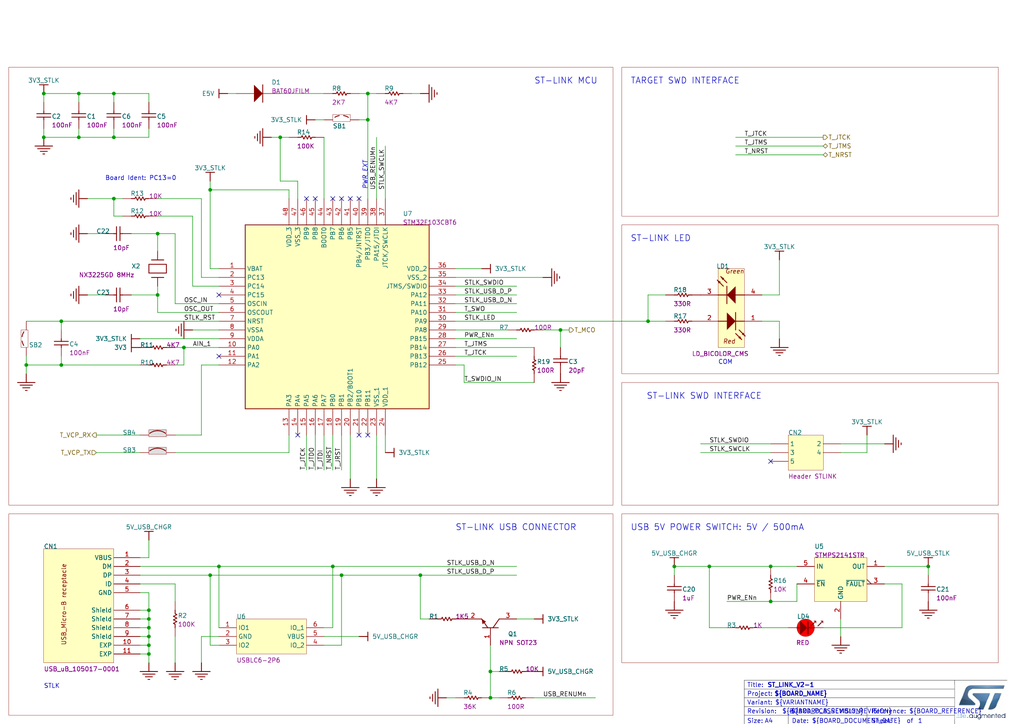
<source format=kicad_sch>
(kicad_sch (version 20231120) (generator "eeschema") (generator_version "8.0")
  (paper "A4")
  (title_block (title "ST_LINK_V2-1") (date "Not used") (rev "Not used") (company "STMicroelectronics"))
  (junction (at 96.52 164.2872))
  (junction (at 22.86 27.1272))
  (junction (at 205.74 164.2872))
  (junction (at 33.02 57.6072))
  (junction (at 53.34 100.7872))
  (junction (at 269.24 164.2872))
  (junction (at 106.68 34.7472))
  (junction (at 60.96 166.8272))
  (junction (at 106.68 27.1272))
  (junction (at 195.58 164.2872))
  (junction (at 162.56 95.7072))
  (junction (at 142.24 202.3872))
  (junction (at 43.18 189.6872))
  (junction (at 45.72 67.7672))
  (junction (at 17.78 93.1672))
  (junction (at 43.18 179.5272))
  (junction (at 43.18 184.6072))
  (junction (at 187.96 93.1672))
  (junction (at 63.5 164.2872))
  (junction (at 43.18 176.9872))
  (junction (at 60.96 55.0672))
  (junction (at 121.92 166.8272))
  (junction (at 223.52 164.2872))
  (junction (at 142.24 194.7672))
  (junction (at 45.72 85.5472))
  (junction (at 43.18 182.0672))
  (junction (at 17.78 105.8672))
  (junction (at 12.7 39.8272))
  (junction (at 12.7 27.1272))
  (junction (at 33.02 39.8272))
  (junction (at 22.86 39.8272))
  (junction (at 33.02 27.1272))
  (junction (at 43.18 187.1472))
  (junction (at 99.06 166.8272))
  (junction (at 223.52 174.4472))
  (junction (at 7.62 105.8672))
  (junction (at 81.28 39.8272))
  (no_connect (at 86.36 126.1872))
  (no_connect (at 106.68 126.1872))
  (no_connect (at 104.14 57.6072))
  (no_connect (at 99.06 57.6072))
  (no_connect (at 96.52 57.6072))
  (no_connect (at 63.5 85.5472))
  (no_connect (at 104.14 126.1872))
  (no_connect (at 223.52 133.8072))
  (no_connect (at 63.5 103.3272))
  (no_connect (at 88.9 57.6072))
  (no_connect (at 101.6 57.6072))
  (no_connect (at 91.44 57.6072))
  (wire (pts (xy 58.42 184.6072) (xy 58.42 192.2272)))
  (wire (pts (xy 43.18 161.7472) (xy 43.18 156.6672)))
  (wire (pts (xy 40.64 98.2472) (xy 63.5 98.2472)))
  (wire (pts (xy 109.22 57.6072) (xy 109.22 39.8272)))
  (wire (pts (xy 45.72 57.6072) (xy 58.42 57.6072)))
  (wire (pts (xy 45.72 62.6872) (xy 55.88 62.6872)))
  (wire (pts (xy 205.74 182.0672) (xy 205.74 164.2872)))
  (wire (pts (xy 58.42 57.6072) (xy 58.42 80.4672)))
  (wire (pts (xy 40.64 179.5272) (xy 43.18 179.5272)))
  (wire (pts (xy 50.8 184.6072) (xy 50.8 192.2272)))
  (wire (pts (xy 96.52 164.2872) (xy 149.86 164.2872)))
  (wire (pts (xy 40.64 184.6072) (xy 43.18 184.6072)))
  (wire (pts (xy 50.8 131.2672) (xy 83.82 131.2672)))
  (wire (pts (xy 58.42 80.4672) (xy 63.5 80.4672)))
  (wire (pts (xy 33.02 27.1272) (xy 33.02 29.6672)))
  (wire (pts (xy 88.9 136.3472) (xy 88.9 126.1872)))
  (wire (pts (xy 132.08 95.7072) (xy 147.32 95.7072)))
  (wire (pts (xy 149.86 88.0872) (xy 132.08 88.0872)))
  (wire (pts (xy 33.02 57.6072) (xy 25.4 57.6072)))
  (wire (pts (xy 7.62 103.3272) (xy 7.62 105.8672)))
  (wire (pts (xy 7.62 105.8672) (xy 17.78 105.8672)))
  (wire (pts (xy 50.8 67.7672) (xy 50.8 88.0872)))
  (wire (pts (xy 17.78 103.3272) (xy 17.78 105.8672)))
  (wire (pts (xy 261.62 169.3672) (xy 256.54 169.3672)))
  (wire (pts (xy 22.86 39.8272) (xy 12.7 39.8272)))
  (wire (pts (xy 157.48 95.7072) (xy 162.56 95.7072)))
  (wire (pts (xy 251.46 131.2672) (xy 251.46 126.1872)))
  (wire (pts (xy 45.72 90.6272) (xy 63.5 90.6272)))
  (wire (pts (xy 132.08 77.9272) (xy 139.7 77.9272)))
  (wire (pts (xy 195.58 164.2872) (xy 205.74 164.2872)))
  (wire (pts (xy 132.08 105.8672) (xy 134.62 105.8672)))
  (wire (pts (xy 60.96 77.9272) (xy 63.5 77.9272)))
  (wire (pts (xy 81.28 27.1272) (xy 93.98 27.1272)))
  (wire (pts (xy 93.98 34.7472) (xy 91.44 34.7472)))
  (wire (pts (xy 12.7 29.6672) (xy 12.7 27.1272)))
  (wire (pts (xy 220.98 182.0672) (xy 228.6 182.0672)))
  (wire (pts (xy 40.64 131.2672) (xy 27.94 131.2672)))
  (wire (pts (xy 40.64 171.9072) (xy 43.18 171.9072)))
  (wire (pts (xy 43.18 27.1272) (xy 43.18 29.6672)))
  (wire (pts (xy 86.36 57.6072) (xy 86.36 52.5272)))
  (wire (pts (xy 83.82 57.6072) (xy 83.82 55.0672)))
  (wire (pts (xy 30.48 85.5472) (xy 25.4 85.5472)))
  (wire (pts (xy 124.46 179.5272) (xy 121.92 179.5272)))
  (wire (pts (xy 7.62 93.1672) (xy 17.78 93.1672)))
  (polyline (pts (xy 215.9 202.3872) (xy 276.86 202.3872)) (stroke (width 0.0254) (type solid) (color 0 0 0 1)))
  (wire (pts (xy 142.24 187.1472) (xy 142.24 194.7672)))
  (wire (pts (xy 223.52 174.4472) (xy 231.14 174.4472)))
  (wire (pts (xy 50.8 169.3672) (xy 50.8 174.4472)))
  (wire (pts (xy 63.5 164.2872) (xy 63.5 182.0672)))
  (wire (pts (xy 60.96 55.0672) (xy 60.96 77.9272)))
  (wire (pts (xy 30.48 67.7672) (xy 25.4 67.7672)))
  (wire (pts (xy 121.92 179.5272) (xy 121.92 166.8272)))
  (wire (pts (xy 99.06 166.8272) (xy 121.92 166.8272)))
  (wire (pts (xy 142.24 194.7672) (xy 142.24 202.3872)))
  (wire (pts (xy 193.04 85.5472) (xy 187.96 85.5472)))
  (wire (pts (xy 63.5 164.2872) (xy 96.52 164.2872)))
  (wire (pts (xy 43.18 39.8272) (xy 33.02 39.8272)))
  (wire (pts (xy 193.04 93.1672) (xy 187.96 93.1672)))
  (wire (pts (xy 38.1 67.7672) (xy 45.72 67.7672)))
  (wire (pts (xy 81.28 52.5272) (xy 81.28 39.8272)))
  (wire (pts (xy 238.76 182.0672) (xy 261.62 182.0672)))
  (wire (pts (xy 40.64 161.7472) (xy 43.18 161.7472)))
  (wire (pts (xy 60.96 187.1472) (xy 60.96 166.8272)))
  (wire (pts (xy 22.86 27.1272) (xy 33.02 27.1272)))
  (wire (pts (xy 53.34 100.7872) (xy 53.34 105.8672)))
  (wire (pts (xy 60.96 166.8272) (xy 99.06 166.8272)))
  (wire (pts (xy 83.82 131.2672) (xy 83.82 126.1872)))
  (wire (pts (xy 154.94 100.7872) (xy 132.08 100.7872)))
  (wire (pts (xy 99.06 126.1872) (xy 99.06 136.3472)))
  (wire (pts (xy 162.56 95.7072) (xy 162.56 100.7872)))
  (wire (pts (xy 162.56 95.7072) (xy 165.1 95.7072)))
  (wire (pts (xy 83.82 55.0672) (xy 60.96 55.0672)))
  (wire (pts (xy 93.98 57.6072) (xy 93.98 39.8272)))
  (wire (pts (xy 269.24 166.8272) (xy 269.24 164.2872)))
  (wire (pts (xy 45.72 67.7672) (xy 50.8 67.7672)))
  (wire (pts (xy 43.18 184.6072) (xy 43.18 187.1472)))
  (wire (pts (xy 231.14 174.4472) (xy 231.14 169.3672)))
  (wire (pts (xy 109.22 138.8872) (xy 109.22 126.1872)))
  (wire (pts (xy 55.88 95.7072) (xy 63.5 95.7072)))
  (wire (pts (xy 43.18 37.2872) (xy 43.18 39.8272)))
  (wire (pts (xy 109.22 27.1272) (xy 106.68 27.1272)))
  (wire (pts (xy 134.62 110.9472) (xy 154.94 110.9472)))
  (polyline (pts (xy 215.9 204.9272) (xy 276.86 204.9272)) (stroke (width 0.0254) (type solid) (color 0 0 0 1)))
  (wire (pts (xy 205.74 164.2872) (xy 223.52 164.2872)))
  (wire (pts (xy 33.02 39.8272) (xy 22.86 39.8272)))
  (wire (pts (xy 226.06 85.5472) (xy 226.06 75.3872)))
  (wire (pts (xy 81.28 39.8272) (xy 83.82 39.8272)))
  (wire (pts (xy 149.86 98.2472) (xy 132.08 98.2472)))
  (wire (pts (xy 38.1 85.5472) (xy 45.72 85.5472)))
  (wire (pts (xy 58.42 105.8672) (xy 63.5 105.8672)))
  (wire (pts (xy 33.02 27.1272) (xy 43.18 27.1272)))
  (wire (pts (xy 210.82 182.0672) (xy 205.74 182.0672)))
  (wire (pts (xy 104.14 27.1272) (xy 106.68 27.1272)))
  (polyline (pts (xy 276.86 197.3072) (xy 276.86 210.0072)) (stroke (width 0.0254) (type solid) (color 0 0 0 1)))
  (wire (pts (xy 96.52 136.3472) (xy 96.52 126.1872)))
  (wire (pts (xy 17.78 105.8672) (xy 40.64 105.8672)))
  (wire (pts (xy 45.72 83.0072) (xy 45.72 85.5472)))
  (wire (pts (xy 269.24 164.2872) (xy 256.54 164.2872)))
  (wire (pts (xy 142.24 202.3872) (xy 144.78 202.3872)))
  (wire (pts (xy 40.64 164.2872) (xy 63.5 164.2872)))
  (wire (pts (xy 53.34 100.7872) (xy 50.8 100.7872)))
  (wire (pts (xy 132.08 202.3872) (xy 129.54 202.3872)))
  (wire (pts (xy 35.56 62.6872) (xy 33.02 62.6872)))
  (wire (pts (xy 238.76 44.9072) (xy 213.36 44.9072)))
  (wire (pts (xy 149.86 83.0072) (xy 132.08 83.0072)))
  (wire (pts (xy 132.08 80.4672) (xy 157.48 80.4672)))
  (wire (pts (xy 33.02 62.6872) (xy 33.02 57.6072)))
  (wire (pts (xy 243.84 131.2672) (xy 251.46 131.2672)))
  (wire (pts (xy 86.36 52.5272) (xy 81.28 52.5272)))
  (wire (pts (xy 40.64 187.1472) (xy 43.18 187.1472)))
  (wire (pts (xy 55.88 83.0072) (xy 63.5 83.0072)))
  (wire (pts (xy 55.88 62.6872) (xy 55.88 83.0072)))
  (wire (pts (xy 17.78 93.1672) (xy 63.5 93.1672)))
  (wire (pts (xy 238.76 42.3672) (xy 213.36 42.3672)))
  (wire (pts (xy 149.86 90.6272) (xy 132.08 90.6272)))
  (wire (pts (xy 63.5 184.6072) (xy 58.42 184.6072)))
  (wire (pts (xy 111.76 57.6072) (xy 111.76 42.3672)))
  (wire (pts (xy 43.18 179.5272) (xy 43.18 182.0672)))
  (wire (pts (xy 111.76 131.2672) (xy 111.76 126.1872)))
  (wire (pts (xy 149.86 179.5272) (xy 154.94 179.5272)))
  (wire (pts (xy 134.62 105.8672) (xy 134.62 110.9472)))
  (wire (pts (xy 154.94 202.3872) (xy 172.72 202.3872)))
  (wire (pts (xy 43.18 171.9072) (xy 43.18 176.9872)))
  (polyline (pts (xy 276.86 199.8472) (xy 215.9 199.8472)) (stroke (width 0.0254) (type solid) (color 0 0 0 1)))
  (wire (pts (xy 58.42 126.1872) (xy 58.42 105.8672)))
  (wire (pts (xy 22.86 37.2872) (xy 22.86 39.8272)))
  (polyline (pts (xy 292.1 197.3072) (xy 215.9 197.3072)) (stroke (width 0.0254) (type solid) (color 0 0 0 1)))
  (wire (pts (xy 243.84 128.7272) (xy 256.54 128.7272)))
  (wire (pts (xy 40.64 166.8272) (xy 60.96 166.8272)))
  (wire (pts (xy 104.14 34.7472) (xy 106.68 34.7472)))
  (wire (pts (xy 149.86 103.3272) (xy 132.08 103.3272)))
  (wire (pts (xy 93.98 184.6072) (xy 104.14 184.6072)))
  (wire (pts (xy 43.18 189.6872) (xy 43.18 192.2272)))
  (polyline (pts (xy 215.9 197.3072) (xy 215.9 210.0072)) (stroke (width 0.0254) (type solid) (color 0 0 0 1)))
  (wire (pts (xy 7.62 108.4072) (xy 7.62 105.8672)))
  (wire (pts (xy 99.06 187.1472) (xy 99.06 166.8272)))
  (polyline (pts (xy 215.9 207.4672) (xy 276.86 207.4672)) (stroke (width 0.0254) (type solid) (color 0 0 0 1)))
  (wire (pts (xy 187.96 85.5472) (xy 187.96 93.1672)))
  (wire (pts (xy 144.78 194.7672) (xy 142.24 194.7672)))
  (wire (pts (xy 50.8 126.1872) (xy 58.42 126.1872)))
  (wire (pts (xy 96.52 182.0672) (xy 96.52 164.2872)))
  (wire (pts (xy 33.02 37.2872) (xy 33.02 39.8272)))
  (wire (pts (xy 40.64 169.3672) (xy 50.8 169.3672)))
  (wire (pts (xy 50.8 88.0872) (xy 63.5 88.0872)))
  (wire (pts (xy 238.76 39.8272) (xy 213.36 39.8272)))
  (wire (pts (xy 203.2 131.2672) (xy 223.52 131.2672)))
  (wire (pts (xy 223.52 128.7272) (xy 203.2 128.7272)))
  (wire (pts (xy 40.64 126.1872) (xy 27.94 126.1872)))
  (wire (pts (xy 243.84 179.5272) (xy 243.84 184.6072)))
  (wire (pts (xy 91.44 126.1872) (xy 91.44 136.3472)))
  (wire (pts (xy 149.86 85.5472) (xy 132.08 85.5472)))
  (wire (pts (xy 223.52 164.2872) (xy 231.14 164.2872)))
  (wire (pts (xy 53.34 105.8672) (xy 50.8 105.8672)))
  (wire (pts (xy 106.68 34.7472) (xy 106.68 57.6072)))
  (wire (pts (xy 40.64 182.0672) (xy 43.18 182.0672)))
  (wire (pts (xy 226.06 93.1672) (xy 226.06 98.2472)))
  (wire (pts (xy 45.72 67.7672) (xy 45.72 72.8472)))
  (polyline (pts (xy 228.6 207.4672) (xy 228.6 210.0072)) (stroke (width 0.0254) (type solid) (color 0 0 0 1)))
  (wire (pts (xy 220.98 93.1672) (xy 226.06 93.1672)))
  (wire (pts (xy 17.78 95.7072) (xy 17.78 93.1672)))
  (wire (pts (xy 63.5 100.7872) (xy 53.34 100.7872)))
  (wire (pts (xy 119.38 27.1272) (xy 121.92 27.1272)))
  (wire (pts (xy 220.98 85.5472) (xy 226.06 85.5472)))
  (wire (pts (xy 195.58 164.2872) (xy 195.58 166.8272)))
  (wire (pts (xy 121.92 166.8272) (xy 149.86 166.8272)))
  (wire (pts (xy 106.68 27.1272) (xy 106.68 34.7472)))
  (polyline (pts (xy 251.46 204.9272) (xy 251.46 210.0072)) (stroke (width 0.0254) (type solid) (color 0 0 0 1)))
  (wire (pts (xy 12.7 27.1272) (xy 22.86 27.1272)))
  (wire (pts (xy 12.7 39.8272) (xy 12.7 37.2872)))
  (wire (pts (xy 43.18 182.0672) (xy 43.18 184.6072)))
  (wire (pts (xy 210.82 174.4472) (xy 223.52 174.4472)))
  (wire (pts (xy 93.98 126.1872) (xy 93.98 136.3472)))
  (wire (pts (xy 68.58 27.1272) (xy 66.04 27.1272)))
  (wire (pts (xy 43.18 176.9872) (xy 43.18 179.5272)))
  (wire (pts (xy 43.18 187.1472) (xy 43.18 189.6872)))
  (wire (pts (xy 43.18 189.6872) (xy 40.64 189.6872)))
  (wire (pts (xy 22.86 27.1272) (xy 22.86 29.6672)))
  (wire (pts (xy 35.56 57.6072) (xy 33.02 57.6072)))
  (wire (pts (xy 78.74 39.8272) (xy 81.28 39.8272)))
  (wire (pts (xy 63.5 187.1472) (xy 60.96 187.1472)))
  (wire (pts (xy 261.62 182.0672) (xy 261.62 169.3672)))
  (wire (pts (xy 45.72 85.5472) (xy 45.72 90.6272)))
  (wire (pts (xy 40.64 176.9872) (xy 43.18 176.9872)))
  (wire (pts (xy 93.98 182.0672) (xy 96.52 182.0672)))
  (wire (pts (xy 60.96 55.0672) (xy 60.96 52.5272)))
  (wire (pts (xy 93.98 187.1472) (xy 99.06 187.1472)))
  (wire (pts (xy 101.6 138.8872) (xy 101.6 126.1872)))
  (wire (pts (xy 187.96 93.1672) (xy 132.08 93.1672)))
  (rectangle (start 177.8 149.0472) (end 2.54 207.4672) (stroke (width 0.0254) (color 128 0 0 1)))
  (rectangle (start 177.8 19.5072) (end 2.54 146.5072) (stroke (width 0.0254) (color 128 0 0 1)))
  (rectangle (start 289.56 110.9472) (end 180.34 146.5072) (stroke (width 0.0254) (color 128 0 0 1)))
  (rectangle (start 289.56 65.2272) (end 180.34 108.4072) (stroke (width 0.0254) (color 128 0 0 1)))
  (rectangle (start 289.56 149.0472) (end 180.34 192.2272) (stroke (width 0.0254) (color 128 0 0 1)))
  (rectangle (start 289.56 19.5072) (end 180.34 62.6872) (stroke (width 0.0254) (color 128 0 0 1)))
  (image (at 284.441 203.6572) (scale 1.15385))
  (text "of" (at 262.89 210.0072 0) (effects (font (size 1.27 1.27)) (justify left bottom)))
  (text "Revision:" (at 216.662 207.2132 0) (effects (font (size 1.27 1.27)) (justify left bottom)))
  (text "${BOARD_REFERENCE}" (at 263.652 207.2132 0) (effects (font (size 1.27 1.27)) (justify left bottom)))
  (text "${##}" (at 266.192 210.0072 0) (effects (font (size 1.27 1.27)) (justify left bottom)))
  (text "${#}" (at 259.588 210.0072 0) (effects (font (size 1.27 1.27)) (justify left bottom)))
  (text "${BOARD_PCB_REVISION}" (at 226.822 207.2132 0) (effects (font (size 1.27 1.27)) (justify left bottom)))
  (text "Title:" (at 216.662 199.5932 0) (effects (font (size 1.27 1.27)) (justify left bottom)))
  (text "" (at 142.24 77.9272 0) (effects (font (size 1.27 1.27) (italic yes)) (justify left bottom)))
  (text "Board Ident: PC13=0" (at 30.48 52.5272 0) (effects (font (size 1.27 1.27)) (justify left bottom)))
  (text "${BOARD_ASSEMBLY_REVISION}" (at 229.362 207.2132 0) (effects (font (size 1.27 1.27)) (justify left bottom)))
  (text "${TITLE}" (at 222.504 199.5932 0) (effects (font (size 1.27 1.27) (bold yes)) (justify left bottom)))
  (text "${BOARD_DOCUMENT_DATE}" (at 235.458 210.0072 0) (effects (font (size 1.27 1.27)) (justify left bottom)))
  (text "Reference:" (at 252.73 207.2132 0) (effects (font (size 1.27 1.27)) (justify left bottom)))
  (text "COM" (at 208.28 105.8672 0) (effects (font (size 1.27 1.27)) (justify left bottom)))
  (text "ST-LINK USB CONNECTOR" (at 132.08 154.1272 0) (effects (font (size 1.778 1.778)) (justify left bottom)))
  (text "-" (at 228.6 207.2132 0) (effects (font (size 1.27 1.27)) (justify left bottom)))
  (text "A4" (at 221.742 210.0072 0) (effects (font (size 1.27 1.27)) (justify left bottom)))
  (text "ST-LINK MCU" (at 154.94 24.5872 0) (effects (font (size 1.778 1.778)) (justify left bottom)))
  (text "Project:" (at 216.662 202.1332 0) (effects (font (size 1.27 1.27)) (justify left bottom)))
  (text "STLK" (at 12.7 199.8472 0) (effects (font (size 1.27 1.27)) (justify left bottom)))
  (text "TARGET SWD INTERFACE" (at 182.88 24.5872 0) (effects (font (size 1.778 1.778)) (justify left bottom)))
  (text "PWR_EXT" (at 106.68 55.0672 90) (effects (font (size 1.27 1.27) (italic yes)) (justify left bottom)))
  (text "Sheet:" (at 252.73 210.0072 0) (effects (font (size 1.27 1.27)) (justify left bottom)))
  (text "ST-LINK LED" (at 182.88 70.3072 0) (effects (font (size 1.778 1.778)) (justify left bottom)))
  (text "${VARIANTNAME}" (at 224.79 204.6732 0) (effects (font (size 1.27 1.27)) (justify left bottom)))
  (text "${BOARD_NAME}" (at 224.536 202.1332 0) (effects (font (size 1.27 1.27) (bold yes)) (justify left bottom)))
  (text "Variant:" (at 216.662 204.6732 0) (effects (font (size 1.27 1.27)) (justify left bottom)))
  (text "Size:" (at 216.662 210.0072 0) (effects (font (size 1.27 1.27)) (justify left bottom)))
  (text "Date:" (at 229.616 210.0072 0) (effects (font (size 1.27 1.27)) (justify left bottom)))
  (text "ST-LINK SWD INTERFACE" (at 220.98 116.0272 0) (effects (font (size 1.778 1.778)) (justify right bottom)))
  (text "USB 5V POWER SWITCH: 5V / 500mA" (at 182.88 154.1272 0) (effects (font (size 1.778 1.778)) (justify left bottom)))
  (label "PWR_ENn" (at 134.62 98.2472 0))
  (label "USB_RENUMn" (at 157.48 202.3872 0))
  (label "STLK_USB_D_P" (at 129.54 166.8272 0))
  (label "OSC_OUT" (at 53.34 90.6272 0))
  (label "T_SWO" (at 134.62 90.6272 0))
  (label "USB_RENUMn" (at 109.22 55.0672 90))
  (label "STLK_USB_D_P" (at 134.62 85.5472 0))
  (label "STLK_USB_D_N" (at 129.54 164.2872 0))
  (label "STLK_USB_D_N" (at 134.62 88.0872 0))
  (label "T_JTCK" (at 215.9 39.8272 0))
  (label "STLK_SWCLK" (at 111.76 55.0672 90))
  (label "T_JRST" (at 99.06 136.3472 90))
  (label "STLK_SWDIO" (at 134.62 83.0072 0))
  (label "STLK_SWDIO" (at 205.74 128.7272 0))
  (label "PWR_ENn" (at 210.82 174.4472 0))
  (label "T_JTCK" (at 134.62 103.3272 0))
  (label "T_NRST" (at 215.9 44.9072 0))
  (label "STLK_SWCLK" (at 205.74 131.2672 0))
  (label "STLK_RST" (at 53.34 93.1672 0))
  (label "T_SWDIO_IN" (at 134.62 110.9472 0))
  (label "T_JTCK" (at 88.9 136.3472 90))
  (label "OSC_IN" (at 53.34 88.0872 0))
  (label "T_JTDI" (at 93.98 136.3472 90))
  (label "T_NRST" (at 96.52 136.3472 90))
  (label "T_JTDO" (at 91.44 136.3472 90))
  (label "T_JTMS" (at 134.62 100.7872 0))
  (label "STLK_LED" (at 134.62 93.1672 0))
  (label "T_JTMS" (at 215.9 42.3672 0))
  (label "AIN_1" (at 55.88 100.7872 0))
  (hierarchical_label "T_JTCK" (shape output) (at 238.76 39.8272 0))
  (hierarchical_label "T_VCP_RX" (shape output) (at 27.94 126.1872 180))
  (hierarchical_label "T_VCP_TX" (shape input) (at 27.94 131.2672 180))
  (hierarchical_label "T_NRST" (shape bidirectional) (at 238.76 44.9072 0))
  (hierarchical_label "T_JTMS" (shape bidirectional) (at 238.76 42.3672 0))
  (hierarchical_label "T_MCO" (shape output) (at 165.1 95.7072 0))
  (symbol (lib_id "NuceloG031_Project-altium-import:E5V_BAR") (at 66.04 27.1272 270) (unit 1)
    (property "Reference" "#PWR?" (effects (hide yes)))
    (property "Value" "E5V" (at 62.23 27.1272 90) (effects (justify right)))
  )
  (symbol (lib_id "NuceloG031_Project-altium-import:U_ST_LINK_V2-1_0_Resistor") (at 43.18 103.3272 0) (unit 1)
    (property "Reference" "R10" (at 40.64 105.8672 0) (effects (justify left bottom)))
    (property "Value" "Resistor" (effects (hide yes)))
    (property "Footprint" "R0402" (effects (hide yes)))
    (property "Description" "Resistor,4K7,0402,1%,1/16W" (effects (hide yes)))
    (property "INTERNAL_PART_NUMBER" "MCD-00065" (effects (hide yes)))
    (property "ALTIUM_VALUE" "4K7" (at 48.26 105.8672 0) (effects (justify left bottom)))
    (property "STATUS" "Released" (effects (hide yes)))
    (property "PART_TYPE" "Resistor" (effects (hide yes)))
    (property "MANUFACTURER_PART_NUMBER" "RC0402FR-074K7L" (effects (hide yes)))
    (property "MANUFACTURER" "YAGEO" (effects (hide yes)))
    (property "ALTERNATE_MANUFACTURER_PART_NUMBER" "RT0402FRE074K7L" (effects (hide yes)))
    (property "ALTERNATE_MANUFACTURER" "YAGEO" (effects (hide yes)))
    (property "PACKAGE" "R0402" (effects (hide yes)))
    (property "COMPONENTLINK1DESCRIPTION" "Datasheet" (effects (hide yes)))
    (property "COMPONENTLINK1URL" "http://tunmcdsvn.tun.st.com/Component_Datasheet_Library/Trunk/Resistors/Yageo_Resistor_RC0402-series" (effects (hide yes)))
    (property "PROVIDED_BY" "SUBCO" (effects (hide yes)))
    (property "ECCN_US" "EAR99" (effects (hide yes)))
    (property "ECCN_EU" "NEC" (effects (hide yes)))
  )
  (symbol (lib_id "NuceloG031_Project-altium-import:U_ST_LINK_V2-1_0_Resistor") (at 38.1 55.0672 0) (unit 1)
    (property "Reference" "R13" (at 37.846 56.8452 0) (effects (justify left bottom)))
    (property "Value" "Resistor" (effects (hide yes)))
    (property "Footprint" "R0402" (effects (hide yes)))
    (property "Description" "Resistor,10K,0402,1%,1/16W" (effects (hide yes)))
    (property "INTERNAL_PART_NUMBER" "MCD-00053" (effects (hide yes)))
    (property "ALTIUM_VALUE" "10K" (at 43.18 57.6072 0) (effects (justify left bottom)))
    (property "STATUS" "Released" (effects (hide yes)))
    (property "PART_TYPE" "Resistor" (effects (hide yes)))
    (property "MANUFACTURER_PART_NUMBER" "RC0402FR-0710KL" (effects (hide yes)))
    (property "MANUFACTURER" "YAGEO" (effects (hide yes)))
    (property "PACKAGE" "R0402" (effects (hide yes)))
    (property "COMPONENTLINK1DESCRIPTION" "Datasheet" (effects (hide yes)))
    (property "COMPONENTLINK1URL" "http://tunmcdsvn.tun.st.com/Component_Datasheet_Library/Trunk/Resistors/Yageo_Resistor_RC0402-series" (effects (hide yes)))
    (property "PROVIDED_BY" "SUBCO" (effects (hide yes)))
    (property "ECCN_US" "EAR99" (effects (hide yes)))
    (property "ECCN_EU" "NEC" (effects (hide yes)))
  )
  (symbol (lib_id "NuceloG031_Project-altium-import:U_ST_LINK_V2-1_0_STM32F103CBT6") (at 71.12 65.2272 0) (unit 1)
    (property "Reference" "U7" (at 116.84 62.6872 0) (effects (justify left bottom)))
    (property "Value" "STM32F103CBT6" (effects (hide yes)))
    (property "Footprint" "ICC_LQFP48_7X7_P050" (effects (hide yes)))
    (property "Description" "Medium-density performance line ARM-based 32-bit MCU with 128KB Flash" (effects (hide yes)))
    (property "ALTIUM_VALUE" "STM32F103CBT6" (at 116.84 65.2272 0) (effects (justify left bottom)))
    (property "INTERNAL_PART_NUMBER" "MCD-00085" (effects (hide yes)))
    (property "ECCN_US" "3A991A2" (effects (hide yes)))
    (property "ECCN_EU" "NEC" (effects (hide yes)))
    (property "PROVIDED_BY" "SUBCO with ST control" (effects (hide yes)))
    (property "MANUFACTURER_PART_NUMBER" "STM32F103CBT6" (effects (hide yes)))
    (property "MANUFACTURER" "STMICROELECTRONICS" (effects (hide yes)))
    (property "COMPONENTLINK1DESCRIPTION" "Datasheet" (effects (hide yes)))
    (property "STATUS" "Released" (effects (hide yes)))
    (property "PART_TYPE" "IC" (effects (hide yes)))
    (property "COMPONENTLINK1URL" "http://tunmcdsvn.tun.st.com/Component_Datasheet_Library/Trunk/IC/STM_STM32F103CBT6" (effects (hide yes)))
    (property "BMS_PART_NUMBER" "9175111" (effects (hide yes)))
  )
  (symbol (lib_id "NuceloG031_Project-altium-import:U_ST_LINK_V2-1_0_Resistor") (at 43.18 98.2472 0) (unit 1)
    (property "Reference" "R11" (at 40.64 100.7872 0) (effects (justify left bottom)))
    (property "Value" "Resistor" (effects (hide yes)))
    (property "Footprint" "R0402" (effects (hide yes)))
    (property "Description" "Resistor,4K7,0402,1%,1/16W" (effects (hide yes)))
    (property "INTERNAL_PART_NUMBER" "MCD-00065" (effects (hide yes)))
    (property "ALTIUM_VALUE" "4K7" (at 48.26 100.7872 0) (effects (justify left bottom)))
    (property "STATUS" "Released" (effects (hide yes)))
    (property "PART_TYPE" "Resistor" (effects (hide yes)))
    (property "MANUFACTURER_PART_NUMBER" "RC0402FR-074K7L" (effects (hide yes)))
    (property "MANUFACTURER" "YAGEO" (effects (hide yes)))
    (property "ALTERNATE_MANUFACTURER_PART_NUMBER" "RT0402FRE074K7L" (effects (hide yes)))
    (property "ALTERNATE_MANUFACTURER" "YAGEO" (effects (hide yes)))
    (property "PACKAGE" "R0402" (effects (hide yes)))
    (property "COMPONENTLINK1DESCRIPTION" "Datasheet" (effects (hide yes)))
    (property "COMPONENTLINK1URL" "http://tunmcdsvn.tun.st.com/Component_Datasheet_Library/Trunk/Resistors/Yageo_Resistor_RC0402-series" (effects (hide yes)))
    (property "PROVIDED_BY" "SUBCO" (effects (hide yes)))
    (property "ECCN_US" "EAR99" (effects (hide yes)))
    (property "ECCN_EU" "NEC" (effects (hide yes)))
  )
  (symbol (lib_id "NuceloG031_Project-altium-import:U_ST_LINK_V2-1_0_STMPS2141STR") (at 231.14 164.2872 0) (unit 1)
    (property "Reference" "U5" (at 236.22 159.2072 0) (effects (justify left bottom)))
    (property "Value" "STMPS2141STR" (effects (hide yes)))
    (property "Footprint" "MOS_SOT23-5L" (effects (hide yes)))
    (property "Description" "Enhanced single channel power switches with active low enable pin" (effects (hide yes)))
    (property "INTERNAL_PART_NUMBER" "MCD-00083" (effects (hide yes)))
    (property "ALTIUM_VALUE" "STMPS2141STR" (at 236.22 161.7472 0) (effects (justify left bottom)))
    (property "STATUS" "Released" (effects (hide yes)))
    (property "PART_TYPE" "IC" (effects (hide yes)))
    (property "MANUFACTURER_PART_NUMBER" "STMPS2141STR" (effects (hide yes)))
    (property "MANUFACTURER" "STMICROELECTRONICS" (effects (hide yes)))
    (property "ALTERNATE_MANUFACTURER_PART_NUMBER" "TPS2041C" (effects (hide yes)))
    (property "ALTERNATE_MANUFACTURER" "TEXAS INSTRUMENTS" (effects (hide yes)))
    (property "COMPONENTLINK1DESCRIPTION" "Datasheet" (effects (hide yes)))
    (property "COMPONENTLINK1URL" "http://tunmcdsvn.tun.st.com/Component_Datasheet_Library/Trunk/IC/STM_PWR-Switch_STMPS2141STR" (effects (hide yes)))
    (property "ECCN_US" "EAR99" (effects (hide yes)))
    (property "ECCN_EU" "NEC" (effects (hide yes)))
    (property "PROVIDED_BY" "SUBCO with ST control" (effects (hide yes)))
    (property "BMS_PART_NUMBER" "9159003" (effects (hide yes)))
  )
  (symbol (lib_id "NuceloG031_Project-altium-import:U_ST_LINK_V2-1_2_XTAL_2_PINS") (at 45.72 77.9272 0) (unit 1)
    (property "Reference" "X2" (at 38.1 77.9272 0) (effects (justify left bottom)))
    (property "Value" "XTAL_2_PINS" (effects (hide yes)))
    (property "Footprint" "CRY_NX3225GD_2P" (effects (hide yes)))
    (property "Description" "Crystal 8MHz, 8pF, +-20ppm, 500ohms max,  SMD" (effects (hide yes)))
    (property "INTERNAL_PART_NUMBER" "MCD-00092" (effects (hide yes)))
    (property "ALTIUM_VALUE" "NX3225GD 8MHz" (at 22.86 80.4672 0) (effects (justify left bottom)))
    (property "STATUS" "Released" (effects (hide yes)))
    (property "PART_TYPE" "Crystal_Osc" (effects (hide yes)))
    (property "MANUFACTURER_PART_NUMBER" "NX3225GD 8MHz EXS00A-CG04874" (effects (hide yes)))
    (property "MANUFACTURER" "NDK" (effects (hide yes)))
    (property "COMPONENTLINK1DESCRIPTION" "Datasheet" (effects (hide yes)))
    (property "COMPONENTLINK1URL" "http://tunmcdsvn.tun.st.com/Component_Datasheet_Library/Trunk/Crystal_Osc/NDK_Crystal-For-ST_NX3225GD 8MHz EXS00A-CG04874 (EXS10B-20725)" (effects (hide yes)))
    (property "ECCN_US" "EAR99" (effects (hide yes)))
    (property "ECCN_EU" "NEC" (effects (hide yes)))
    (property "PROVIDED_BY" "SUBCO" (effects (hide yes)))
    (property "ORDER_CODE_DIGIKEY" "644-1391" (effects (hide yes)))
    (property "BMS_PART_NUMBER" "9157029" (effects (hide yes)))
  )
  (symbol (lib_id "NuceloG031_Project-altium-import:U_ST_LINK_V2-1_0_Capacitor") (at 33.02 65.2272 0) (unit 1)
    (property "Reference" "C22" (at 27.94 67.7672 0) (effects (justify left bottom)))
    (property "Value" "Capacitor" (effects (hide yes)))
    (property "Footprint" "C0402" (effects (hide yes)))
    (property "Description" "Capacitor, MLCC, 10pF, 50V, NPO, 5%, 0402, T=0,5mm" (effects (hide yes)))
    (property "INTERNAL_PART_NUMBER" "MCD-00015" (effects (hide yes)))
    (property "ALTIUM_VALUE" "10pF" (at 32.766 72.5932 0) (effects (justify left bottom)))
    (property "STATUS" "Released" (effects (hide yes)))
    (property "PART_TYPE" "Capacitor" (effects (hide yes)))
    (property "MANUFACTURER_PART_NUMBER" "CC0402JRNPO9BN100" (effects (hide yes)))
    (property "MANUFACTURER" "YAGEO" (effects (hide yes)))
    (property "PACKAGE" "C0402" (effects (hide yes)))
    (property "COMPONENTLINK1DESCRIPTION" "Datasheet" (effects (hide yes)))
    (property "COMPONENTLINK1URL" "http://tunmcdsvn.tun.st.com/Component_Datasheet_Library/Trunk/Capacitors/Yageo_Capacitor_NP0_16V-to-50V" (effects (hide yes)))
    (property "PROVIDED_BY" "SUBCO" (effects (hide yes)))
    (property "ECCN_US" "EAR99" (effects (hide yes)))
    (property "ECCN_EU" "NEC" (effects (hide yes)))
  )
  (symbol (lib_id "NuceloG031_Project-altium-import:U_ST_LINK_V2-1_0_USBLC6-2P6") (at 68.58 179.5272 0) (unit 1)
    (property "Reference" "U6" (at 68.58 179.5272 0) (effects (justify left bottom)))
    (property "Value" "USBLC6-2P6" (effects (hide yes)))
    (property "Footprint" "ESD_SOT666" (effects (hide yes)))
    (property "Description" "USB OTG FS ESD protection" (effects (hide yes)))
    (property "INTERNAL_PART_NUMBER" "MCD-00169" (effects (hide yes)))
    (property "ALTIUM_VALUE" "USBLC6-2P6" (at 68.58 192.2272 0) (effects (justify left bottom)))
    (property "STATUS" "Released" (effects (hide yes)))
    (property "PART_TYPE" "IC" (effects (hide yes)))
    (property "MANUFACTURER_PART_NUMBER" "USBLC6-2P6" (effects (hide yes)))
    (property "MANUFACTURER" "STMICROELECTRONICS" (effects (hide yes)))
    (property "COMPONENTLINK1DESCRIPTION" "Datasheet" (effects (hide yes)))
    (property "COMPONENTLINK1URL" "http://tunmcdsvn.tun.st.com/Component_Datasheet_Library/Trunk/Diodes/STM_ESD_USBLC6-2" (effects (hide yes)))
    (property "ECCN_US" "EAR99" (effects (hide yes)))
    (property "ECCN_EU" "NEC" (effects (hide yes)))
    (property "PROVIDED_BY" "SUBCO with ST control" (effects (hide yes)))
    (property "BMS_PART_NUMBER" "9151057" (effects (hide yes)))
  )
  (symbol (lib_id "NuceloG031_Project-altium-import:U_ST_LINK_V2-1_0_Resistor") (at 38.1 60.1472 0) (unit 1)
    (property "Reference" "R12" (at 37.846 61.9252 0) (effects (justify left bottom)))
    (property "Value" "Resistor" (effects (hide yes)))
    (property "Footprint" "R0402" (effects (hide yes)))
    (property "Description" "Resistor,10K,0402,1%,1/16W" (effects (hide yes)))
    (property "INTERNAL_PART_NUMBER" "MCD-00053" (effects (hide yes)))
    (property "ALTIUM_VALUE" "10K" (at 43.18 62.6872 0) (effects (justify left bottom)))
    (property "STATUS" "Released" (effects (hide yes)))
    (property "PART_TYPE" "Resistor" (effects (hide yes)))
    (property "MANUFACTURER_PART_NUMBER" "RC0402FR-0710KL" (effects (hide yes)))
    (property "MANUFACTURER" "YAGEO" (effects (hide yes)))
    (property "PACKAGE" "R0402" (effects (hide yes)))
    (property "COMPONENTLINK1DESCRIPTION" "Datasheet" (effects (hide yes)))
    (property "COMPONENTLINK1URL" "http://tunmcdsvn.tun.st.com/Component_Datasheet_Library/Trunk/Resistors/Yageo_Resistor_RC0402-series" (effects (hide yes)))
    (property "PROVIDED_BY" "SUBCO" (effects (hide yes)))
    (property "ECCN_US" "EAR99" (effects (hide yes)))
    (property "ECCN_EU" "NEC" (effects (hide yes)))
  )
  (symbol (lib_id "NuceloG031_Project-altium-import:U_ST_LINK_V2-1_1_Capacitor") (at 20.32 34.7472 0) (unit 1)
    (property "Reference" "C1" (at 25.146 34.4932 0) (effects (justify left bottom)))
    (property "Value" "Capacitor" (effects (hide yes)))
    (property "Footprint" "C0402" (effects (hide yes)))
    (property "Description" "Capacitor, MLCC, 100nF, 16V, X7R, 10%, 0402, T=0,5mm" (effects (hide yes)))
    (property "INTERNAL_PART_NUMBER" "MCD-00102" (effects (hide yes)))
    (property "ALTIUM_VALUE" "100nF" (at 25.146 37.0332 0) (effects (justify left bottom)))
    (property "STATUS" "Released" (effects (hide yes)))
    (property "MANUFACTURER_PART_NUMBER" "CC0402KRX7R7BB104" (effects (hide yes)))
    (property "MANUFACTURER" "YAGEO" (effects (hide yes)))
    (property "PACKAGE" "C0402" (effects (hide yes)))
    (property "COMPONENTLINK1DESCRIPTION" "Datasheet" (effects (hide yes)))
    (property "PROVIDED_BY" "SUBCO" (effects (hide yes)))
    (property "PART_TYPE" "Capacitor" (effects (hide yes)))
    (property "COMPONENTLINK1URL" "http://tunmcdsvn.tun.st.com/Component_Datasheet_Library/Trunk/Capacitors/Yageo_Multilayer_Capacitor_X7R_series_100pF_to_22uF" (effects (hide yes)))
    (property "ALTERNATE_MANUFACTURER_PART_NUMBER" "GCM155R71C104KA55D" (effects (hide yes)))
    (property "ALTERNATE_MANUFACTURER" "MURATA" (effects (hide yes)))
    (property "ECCN_US" "EAR99" (effects (hide yes)))
    (property "ECCN_EU" "NEC" (effects (hide yes)))
  )
  (symbol (lib_id "NuceloG031_Project-altium-import:GND_POWER_GROUND") (at 243.84 184.6072 0) (unit 1)
    (property "Reference" "#PWR?" (effects (hide yes)))
    (property "Value" "GND" (effects (hide yes)))
  )
  (symbol (lib_id "NuceloG031_Project-altium-import:U_ST_LINK_V2-1_1_Capacitor") (at 15.24 100.7872 0) (unit 1)
    (property "Reference" "C4" (at 20.066 100.5332 0) (effects (justify left bottom)))
    (property "Value" "Capacitor" (effects (hide yes)))
    (property "Footprint" "C0402" (effects (hide yes)))
    (property "Description" "Capacitor, MLCC, 100nF, 16V, X7R, 10%, 0402, T=0,5mm" (effects (hide yes)))
    (property "INTERNAL_PART_NUMBER" "MCD-00102" (effects (hide yes)))
    (property "ALTIUM_VALUE" "100nF" (at 20.066 103.0732 0) (effects (justify left bottom)))
    (property "STATUS" "Released" (effects (hide yes)))
    (property "MANUFACTURER_PART_NUMBER" "CC0402KRX7R7BB104" (effects (hide yes)))
    (property "MANUFACTURER" "YAGEO" (effects (hide yes)))
    (property "PACKAGE" "C0402" (effects (hide yes)))
    (property "COMPONENTLINK1DESCRIPTION" "Datasheet" (effects (hide yes)))
    (property "PROVIDED_BY" "SUBCO" (effects (hide yes)))
    (property "PART_TYPE" "Capacitor" (effects (hide yes)))
    (property "COMPONENTLINK1URL" "http://tunmcdsvn.tun.st.com/Component_Datasheet_Library/Trunk/Capacitors/Yageo_Multilayer_Capacitor_X7R_series_100pF_to_22uF" (effects (hide yes)))
    (property "ALTERNATE_MANUFACTURER_PART_NUMBER" "GCM155R71C104KA55D" (effects (hide yes)))
    (property "ALTERNATE_MANUFACTURER" "MURATA" (effects (hide yes)))
    (property "ECCN_US" "EAR99" (effects (hide yes)))
    (property "ECCN_EU" "NEC" (effects (hide yes)))
  )
  (symbol (lib_id "NuceloG031_Project-altium-import:GND_POWER_GROUND") (at 25.4 57.6072 270) (unit 1)
    (property "Reference" "#PWR?" (effects (hide yes)))
    (property "Value" "GND" (effects (hide yes)))
  )
  (symbol (lib_id "NuceloG031_Project-altium-import:5V_USB_CHGR_BAR") (at 104.14 184.6072 90) (unit 1)
    (property "Reference" "#PWR?" (effects (hide yes)))
    (property "Value" "5V_USB_CHGR" (at 107.95 184.6072 90) (effects (justify right)))
  )
  (symbol (lib_id "NuceloG031_Project-altium-import:U_ST_LINK_V2-1_0_Resistor") (at 149.86 93.1672 0) (unit 1)
    (property "Reference" "R7" (at 144.78 95.7072 0) (effects (justify left bottom)))
    (property "Value" "Resistor" (effects (hide yes)))
    (property "Footprint" "R0402" (effects (hide yes)))
    (property "Description" "Resistor,100R,0402,1%,1/16W" (effects (hide yes)))
    (property "INTERNAL_PART_NUMBER" "MCD-00067" (effects (hide yes)))
    (property "ALTIUM_VALUE" "100R" (at 154.94 95.7072 0) (effects (justify left bottom)))
    (property "STATUS" "Released" (effects (hide yes)))
    (property "PART_TYPE" "Resistor" (effects (hide yes)))
    (property "MANUFACTURER_PART_NUMBER" "RC0402FR-07100RL" (effects (hide yes)))
    (property "MANUFACTURER" "YAGEO" (effects (hide yes)))
    (property "PACKAGE" "R0402" (effects (hide yes)))
    (property "COMPONENTLINK1DESCRIPTION" "Datasheet" (effects (hide yes)))
    (property "COMPONENTLINK1URL" "http://tunmcdsvn.tun.st.com/Component_Datasheet_Library/Trunk/Resistors/Yageo_Resistor_RC0402-series" (effects (hide yes)))
    (property "PROVIDED_BY" "SUBCO" (effects (hide yes)))
    (property "ECCN_US" "EAR99" (effects (hide yes)))
    (property "ECCN_EU" "NEC" (effects (hide yes)))
  )
  (symbol (lib_id "NuceloG031_Project-altium-import:U_ST_LINK_V2-1_1_Capacitor") (at 160.02 105.8672 0) (unit 1)
    (property "Reference" "C3" (at 164.846 105.6132 0) (effects (justify left bottom)))
    (property "Value" "Capacitor" (effects (hide yes)))
    (property "Footprint" "C0402" (effects (hide yes)))
    (property "Description" "Capacitor, MLCC, 20pF, 50V, NPO, 5%, 0402, T=0,5mm" (effects (hide yes)))
    (property "INTERNAL_PART_NUMBER" "MCD-00016" (effects (hide yes)))
    (property "ALTIUM_VALUE" "20pF" (at 164.846 108.1532 0) (effects (justify left bottom)))
    (property "STATUS" "Released" (effects (hide yes)))
    (property "PART_TYPE" "Capacitor" (effects (hide yes)))
    (property "MANUFACTURER_PART_NUMBER" "CC0402JRNPO9BN200" (effects (hide yes)))
    (property "MANUFACTURER" "YAGEO" (effects (hide yes)))
    (property "PACKAGE" "C0402" (effects (hide yes)))
    (property "COMPONENTLINK1DESCRIPTION" "Datasheet" (effects (hide yes)))
    (property "PROVIDED_BY" "SUBCO" (effects (hide yes)))
    (property "COMPONENTLINK1URL" "http://tunmcdsvn.tun.st.com/Component_Datasheet_Library/Trunk/Capacitors/Yageo_Capacitor_NP0_16V-to-50V" (effects (hide yes)))
    (property "ECCN_US" "EAR99" (effects (hide yes)))
    (property "ECCN_EU" "NEC" (effects (hide yes)))
  )
  (symbol (lib_id "NuceloG031_Project-altium-import:U_ST_LINK_V2-1_1_mirrored_9013-SOT23") (at 144.78 182.0672 0) (unit 1)
    (property "Reference" "Q1" (at 147.32 184.6072 0) (effects (justify left bottom)))
    (property "Value" "9013-SOT23" (effects (hide yes)))
    (property "Footprint" "NPN_SOT23" (effects (hide yes)))
    (property "Description" "NPN Bipolar Transistor" (effects (hide yes)))
    (property "REVISION" "*" (effects (hide yes)))
    (property "INTERNAL_PART_NUMBER" "MCD-00073" (effects (hide yes)))
    (property "ALTIUM_VALUE" "NPN SOT23" (at 144.78 187.1472 0) (effects (justify left bottom)))
    (property "STATUS" "Released" (effects (hide yes)))
    (property "PART_TYPE" "IC" (effects (hide yes)))
    (property "MANUFACTURER_PART_NUMBER" "BSR14" (effects (hide yes)))
    (property "MANUFACTURER" "ON SEMICONDUCTOR" (effects (hide yes)))
    (property "COMPONENTLINK1DESCRIPTION" "Datasheet" (effects (hide yes)))
    (property "COMPONENTLINK1URL" "http://tunmcdsvn.tun.st.com/Component_Datasheet_Library/Trunk/IC/NXP_Transistor_BSR14" (effects (hide yes)))
    (property "ECCN_US" "EAR99" (effects (hide yes)))
    (property "ECCN_EU" "NEC" (effects (hide yes)))
    (property "PROVIDED_BY" "SUBCO" (effects (hide yes)))
    (property "ALTERNATE_MANUFACTURER_PART_NUMBER" "MMBT2222LT1G / MMBT2222ALT1G / MMBT2222ALT3G" (effects (hide yes)))
    (property "ALTERNATE_MANUFACTURER" "ON SEMICONDUCTOR" (effects (hide yes)))
    (property "PACKAGE" "SOT23" (effects (hide yes)))
  )
  (symbol (lib_id "NuceloG031_Project-altium-import:U_ST_LINK_V2-1_0_SB_OFF") (at 96.52 32.2072 0) (unit 1)
    (property "Reference" "SB1" (at 96.52 37.2872 0) (effects (justify left bottom)))
    (property "Value" "SB_OFF" (effects (hide yes)))
    (property "Footprint" "SOLDER-BRIDGE_R0603-0R" (effects (hide yes)))
    (property "Description" "Solder Bridge OFF" (effects (hide yes)))
    (property "INTERNAL_PART_NUMBER" "MCD-00072" (effects (hide yes)))
    (property "STATUS" "Released" (effects (hide yes)))
    (property "PART_TYPE" "Mechanical" (effects (hide yes)))
    (property "ECCN_US" "n/a" (effects (hide yes)))
    (property "ECCN_EU" "n/a" (effects (hide yes)))
    (property "PROVIDED_BY" "SUBCO" (effects (hide yes)))
    (property "MANUFACTURER_PART_NUMBER" "RC0603JR-070RL" (effects (hide yes)))
    (property "MANUFACTURER" "YAGEO" (effects (hide yes)))
    (property "PACKAGE" "SB0603" (effects (hide yes)))
    (property "COMPONENTLINK1DESCRIPTION" "Datasheet" (effects (hide yes)))
    (property "COMPONENTLINK1URL" "http://tunmcdsvn.tun.st.com/Component_Datasheet_Library/Trunk/Resistors/Yageo_Resistor_RC0603-series" (effects (hide yes)))
  )
  (symbol (lib_id "NuceloG031_Project-altium-import:GND_POWER_GROUND") (at 7.62 108.4072 0) (unit 1)
    (property "Reference" "#PWR?" (effects (hide yes)))
    (property "Value" "GND" (effects (hide yes)))
  )
  (symbol (lib_id "NuceloG031_Project-altium-import:U_ST_LINK_V2-1_0_Header STLINK") (at 228.6 126.1872 0) (unit 1)
    (property "Reference" "CN2" (at 228.6 126.1872 0) (effects (justify left bottom)))
    (property "Value" "Header STLINK" (effects (hide yes)))
    (property "Footprint" "HDR_1x5_2R54_V_M" (effects (hide yes)))
    (property "Description" "Header 5 pads for ST-LINK prog. Not fitted" (effects (hide yes)))
    (property "INTERNAL_PART_NUMBER" "MCD-01399" (effects (hide yes)))
    (property "ALTIUM_VALUE" "Header STLINK" (at 228.6 138.8872 0) (effects (justify left bottom)))
    (property "STATUS" "Footprint available" (effects (hide yes)))
    (property "PART_TYPE" "Mechanical" (effects (hide yes)))
    (property "MANUFACTURER_PART_NUMBER" "n/a" (effects (hide yes)))
    (property "MANUFACTURER" "n/a" (effects (hide yes)))
    (property "COMPONENTLINK1DESCRIPTION" "Datasheet" (effects (hide yes)))
    (property "PROVIDED_BY" "SUBCO" (effects (hide yes)))
    (property "ECCN_US" "n/a" (effects (hide yes)))
    (property "ECCN_EU" "n/a" (effects (hide yes)))
  )
  (symbol (lib_id "NuceloG031_Project-altium-import:U_ST_LINK_V2-1_0_Resistor") (at 195.58 90.6272 0) (unit 1)
    (property "Reference" "R17" (at 195.326 92.4052 0) (effects (justify left bottom)))
    (property "Value" "Resistor" (effects (hide yes)))
    (property "Footprint" "R0402" (effects (hide yes)))
    (property "Description" "Resistor,330R,0402,1%,1/16W" (effects (hide yes)))
    (property "INTERNAL_PART_NUMBER" "MCD-00062" (effects (hide yes)))
    (property "ALTIUM_VALUE" "330R" (at 195.326 96.4692 0) (effects (justify left bottom)))
    (property "STATUS" "Released" (effects (hide yes)))
    (property "PART_TYPE" "Resistor" (effects (hide yes)))
    (property "MANUFACTURER_PART_NUMBER" "RC0402FR-07330RL" (effects (hide yes)))
    (property "MANUFACTURER" "YAGEO" (effects (hide yes)))
    (property "PACKAGE" "R0402" (effects (hide yes)))
    (property "COMPONENTLINK1DESCRIPTION" "Datasheet" (effects (hide yes)))
    (property "COMPONENTLINK1URL" "http://tunmcdsvn.tun.st.com/Component_Datasheet_Library/Trunk/Resistors/Yageo_Resistor_RC0402-series" (effects (hide yes)))
    (property "PROVIDED_BY" "SUBCO" (effects (hide yes)))
    (property "ECCN_US" "EAR99" (effects (hide yes)))
    (property "ECCN_EU" "NEC" (effects (hide yes)))
  )
  (symbol (lib_id "NuceloG031_Project-altium-import:U_ST_LINK_V2-1_1_Capacitor") (at 193.04 171.9072 0) (unit 1)
    (property "Reference" "C20" (at 197.866 171.6532 0) (effects (justify left bottom)))
    (property "Value" "Capacitor" (effects (hide yes)))
    (property "Footprint" "C0402" (effects (hide yes)))
    (property "Description" "Capacitor, MLCC, 1uF, 6V3, X5R, 10%, 0402, T=0,5mm" (effects (hide yes)))
    (property "INTERNAL_PART_NUMBER" "MCD-00095" (effects (hide yes)))
    (property "ALTIUM_VALUE" "1uF" (at 197.866 174.1932 0) (effects (justify left bottom)))
    (property "STATUS" "Released" (effects (hide yes)))
    (property "MANUFACTURER_PART_NUMBER" "GRM155R61E105KA12" (effects (hide yes)))
    (property "MANUFACTURER" "MURATA" (effects (hide yes)))
    (property "PACKAGE" "C0402" (effects (hide yes)))
    (property "COMPONENTLINK1DESCRIPTION" "Datasheet" (effects (hide yes)))
    (property "PROVIDED_BY" "SUBCO" (effects (hide yes)))
    (property "PART_TYPE" "Capacitor" (effects (hide yes)))
    (property "COMPONENTLINK1URL" "http://tunmcdsvn.tun.st.com/Component_Datasheet_Library/Trunk/Capacitors/Murata_Capacitor_GR_series" (effects (hide yes)))
    (property "ALTERNATE_MANUFACTURER_PART_NUMBER" "GRM155R60J105KE19" (effects (hide yes)))
    (property "ALTERNATE_MANUFACTURER" "MURATA" (effects (hide yes)))
    (property "ECCN_US" "EAR99" (effects (hide yes)))
    (property "ECCN_EU" "NEC" (effects (hide yes)))
  )
  (symbol (lib_id "NuceloG031_Project-altium-import:U_ST_LINK_V2-1_1_Capacitor") (at 10.16 34.7472 0) (unit 1)
    (property "Reference" "C2" (at 14.986 34.4932 0) (effects (justify left bottom)))
    (property "Value" "Capacitor" (effects (hide yes)))
    (property "Footprint" "C0402" (effects (hide yes)))
    (property "Description" "Capacitor, MLCC, 100nF, 16V, X7R, 10%, 0402, T=0,5mm" (effects (hide yes)))
    (property "INTERNAL_PART_NUMBER" "MCD-00102" (effects (hide yes)))
    (property "ALTIUM_VALUE" "100nF" (at 14.986 37.0332 0) (effects (justify left bottom)))
    (property "STATUS" "Released" (effects (hide yes)))
    (property "MANUFACTURER_PART_NUMBER" "CC0402KRX7R7BB104" (effects (hide yes)))
    (property "MANUFACTURER" "YAGEO" (effects (hide yes)))
    (property "PACKAGE" "C0402" (effects (hide yes)))
    (property "COMPONENTLINK1DESCRIPTION" "Datasheet" (effects (hide yes)))
    (property "PROVIDED_BY" "SUBCO" (effects (hide yes)))
    (property "PART_TYPE" "Capacitor" (effects (hide yes)))
    (property "COMPONENTLINK1URL" "http://tunmcdsvn.tun.st.com/Component_Datasheet_Library/Trunk/Capacitors/Yageo_Multilayer_Capacitor_X7R_series_100pF_to_22uF" (effects (hide yes)))
    (property "ALTERNATE_MANUFACTURER_PART_NUMBER" "GCM155R71C104KA55D" (effects (hide yes)))
    (property "ALTERNATE_MANUFACTURER" "MURATA" (effects (hide yes)))
    (property "ECCN_US" "EAR99" (effects (hide yes)))
    (property "ECCN_EU" "NEC" (effects (hide yes)))
  )
  (symbol (lib_id "NuceloG031_Project-altium-import:GND_POWER_GROUND") (at 25.4 85.5472 270) (unit 1)
    (property "Reference" "#PWR?" (effects (hide yes)))
    (property "Value" "GND" (effects (hide yes)))
  )
  (symbol (lib_id "NuceloG031_Project-altium-import:GND_POWER_GROUND") (at 195.58 174.4472 0) (unit 1)
    (property "Reference" "#PWR?" (effects (hide yes)))
    (property "Value" "GND" (effects (hide yes)))
  )
  (symbol (lib_id "NuceloG031_Project-altium-import:U_ST_LINK_V2-1_0_Resistor") (at 195.58 83.0072 0) (unit 1)
    (property "Reference" "R18" (at 195.326 84.7852 0) (effects (justify left bottom)))
    (property "Value" "Resistor" (effects (hide yes)))
    (property "Footprint" "R0402" (effects (hide yes)))
    (property "Description" "Resistor,330R,0402,1%,1/16W" (effects (hide yes)))
    (property "INTERNAL_PART_NUMBER" "MCD-00062" (effects (hide yes)))
    (property "ALTIUM_VALUE" "330R" (at 195.326 88.8492 0) (effects (justify left bottom)))
    (property "STATUS" "Released" (effects (hide yes)))
    (property "PART_TYPE" "Resistor" (effects (hide yes)))
    (property "MANUFACTURER_PART_NUMBER" "RC0402FR-07330RL" (effects (hide yes)))
    (property "MANUFACTURER" "YAGEO" (effects (hide yes)))
    (property "PACKAGE" "R0402" (effects (hide yes)))
    (property "COMPONENTLINK1DESCRIPTION" "Datasheet" (effects (hide yes)))
    (property "COMPONENTLINK1URL" "http://tunmcdsvn.tun.st.com/Component_Datasheet_Library/Trunk/Resistors/Yageo_Resistor_RC0402-series" (effects (hide yes)))
    (property "PROVIDED_BY" "SUBCO" (effects (hide yes)))
    (property "ECCN_US" "EAR99" (effects (hide yes)))
    (property "ECCN_EU" "NEC" (effects (hide yes)))
  )
  (symbol (lib_id "NuceloG031_Project-altium-import:3V3_STLK_BAR") (at 154.94 179.5272 90) (unit 1)
    (property "Reference" "#PWR?" (effects (hide yes)))
    (property "Value" "3V3_STLK" (at 158.75 179.5272 90) (effects (justify right)))
  )
  (symbol (lib_id "NuceloG031_Project-altium-import:3V3_STLK_BAR") (at 91.44 34.7472 270) (unit 1)
    (property "Reference" "#PWR?" (effects (hide yes)))
    (property "Value" "3V3_STLK" (at 87.63 34.7472 90) (effects (justify right)))
  )
  (symbol (lib_id "NuceloG031_Project-altium-import:U_ST_LINK_V2-1_0_Resistor") (at 111.76 24.5872 0) (unit 1)
    (property "Reference" "R9" (at 111.506 26.3652 0) (effects (justify left bottom)))
    (property "Value" "Resistor" (effects (hide yes)))
    (property "Footprint" "R0402" (effects (hide yes)))
    (property "Description" "Resistor,4K7,0402,1%,1/16W" (effects (hide yes)))
    (property "INTERNAL_PART_NUMBER" "MCD-00065" (effects (hide yes)))
    (property "ALTIUM_VALUE" "4K7" (at 111.506 30.4292 0) (effects (justify left bottom)))
    (property "STATUS" "Released" (effects (hide yes)))
    (property "PART_TYPE" "Resistor" (effects (hide yes)))
    (property "MANUFACTURER_PART_NUMBER" "RC0402FR-074K7L" (effects (hide yes)))
    (property "MANUFACTURER" "YAGEO" (effects (hide yes)))
    (property "ALTERNATE_MANUFACTURER_PART_NUMBER" "RT0402FRE074K7L" (effects (hide yes)))
    (property "ALTERNATE_MANUFACTURER" "YAGEO" (effects (hide yes)))
    (property "PACKAGE" "R0402" (effects (hide yes)))
    (property "COMPONENTLINK1DESCRIPTION" "Datasheet" (effects (hide yes)))
    (property "COMPONENTLINK1URL" "http://tunmcdsvn.tun.st.com/Component_Datasheet_Library/Trunk/Resistors/Yageo_Resistor_RC0402-series" (effects (hide yes)))
    (property "PROVIDED_BY" "SUBCO" (effects (hide yes)))
    (property "ECCN_US" "EAR99" (effects (hide yes)))
    (property "ECCN_EU" "NEC" (effects (hide yes)))
  )
  (symbol (lib_id "NuceloG031_Project-altium-import:U_ST_LINK_V2-1_0_LED_red_0") (at 228.6 182.0672 0) (unit 1)
    (property "Reference" "LD4" (at 231.14 179.5272 0) (effects (justify left bottom)))
    (property "Value" "LED_red" (effects (hide yes)))
    (property "Footprint" "LED_0603_RED_H0P4" (effects (hide yes)))
    (property "Description" "LED, Red, 0603" (effects (hide yes)))
    (property "INTERNAL_PART_NUMBER" "MCD-00322" (effects (hide yes)))
    (property "ALTIUM_VALUE" "RED" (at 230.886 187.1472 0) (effects (justify left bottom)))
    (property "STATUS" "Released" (effects (hide yes)))
    (property "PART_TYPE" "Display" (effects (hide yes)))
    (property "MANUFACTURER_PART_NUMBER" "19-217/R6C-AL1M2VY/3T" (effects (hide yes)))
    (property "MANUFACTURER" "EVERLIGHT" (effects (hide yes)))
    (property "PACKAGE" "LED 0603" (effects (hide yes)))
    (property "COMPONENTLINK1DESCRIPTION" "Datasheet" (effects (hide yes)))
    (property "COMPONENTLINK1URL" "http://tunmcdsvn.tun.st.com/Component_Datasheet_Library/Trunk/Display/Everlight_SMD-LED-RED_19-213-R6C-AP1Q2B-3T-V3.doc" (effects (hide yes)))
    (property "ECCN_US" "EAR99" (effects (hide yes)))
    (property "ECCN_EU" "NEC" (effects (hide yes)))
    (property "PROVIDED_BY" "SUBCO" (effects (hide yes)))
  )
  (symbol (lib_id "NuceloG031_Project-altium-import:GND_POWER_GROUND") (at 226.06 98.2472 0) (unit 1)
    (property "Reference" "#PWR?" (effects (hide yes)))
    (property "Value" "GND" (effects (hide yes)))
  )
  (symbol (lib_id "NuceloG031_Project-altium-import:5V_USB_CHGR_BAR") (at 43.18 156.6672 180) (unit 1)
    (property "Reference" "#PWR?" (effects (hide yes)))
    (property "Value" "5V_USB_CHGR" (at 43.18 152.8572 0))
  )
  (symbol (lib_id "NuceloG031_Project-altium-import:U_ST_LINK_V2-1_0_Resistor") (at 134.62 199.8472 0) (unit 1)
    (property "Reference" "R4" (at 134.366 201.6252 0) (effects (justify left bottom)))
    (property "Value" "Resistor" (effects (hide yes)))
    (property "Footprint" "R0402" (effects (hide yes)))
    (property "Description" "Resistor,36K,0402,1%,1/16W" (effects (hide yes)))
    (property "INTERNAL_PART_NUMBER" "MCD-00069" (effects (hide yes)))
    (property "ALTIUM_VALUE" "36K" (at 134.366 205.6892 0) (effects (justify left bottom)))
    (property "STATUS" "Released" (effects (hide yes)))
    (property "PART_TYPE" "Resistor" (effects (hide yes)))
    (property "MANUFACTURER_PART_NUMBER" "RC0402FR-0736KL" (effects (hide yes)))
    (property "MANUFACTURER" "YAGEO" (effects (hide yes)))
    (property "PACKAGE" "R0402" (effects (hide yes)))
    (property "COMPONENTLINK1DESCRIPTION" "Datasheet" (effects (hide yes)))
    (property "COMPONENTLINK1URL" "http://tunmcdsvn.tun.st.com/Component_Datasheet_Library/Trunk/Resistors/Yageo_Resistor_RC0402-series" (effects (hide yes)))
    (property "PROVIDED_BY" "SUBCO" (effects (hide yes)))
    (property "ECCN_US" "EAR99" (effects (hide yes)))
    (property "ECCN_EU" "NEC" (effects (hide yes)))
  )
  (symbol (lib_id "NuceloG031_Project-altium-import:U_ST_LINK_V2-1_1_Resistor") (at 152.4 108.4072 0) (unit 1)
    (property "Reference" "R19" (at 155.702 105.6132 0) (effects (justify left bottom)))
    (property "Value" "Resistor" (effects (hide yes)))
    (property "Footprint" "R0402" (effects (hide yes)))
    (property "Description" "Resistor,100R,0402,1%,1/16W" (effects (hide yes)))
    (property "INTERNAL_PART_NUMBER" "MCD-00067" (effects (hide yes)))
    (property "ALTIUM_VALUE" "100R" (at 155.702 108.1532 0) (effects (justify left bottom)))
    (property "STATUS" "Released" (effects (hide yes)))
    (property "PART_TYPE" "Resistor" (effects (hide yes)))
    (property "MANUFACTURER_PART_NUMBER" "RC0402FR-07100RL" (effects (hide yes)))
    (property "MANUFACTURER" "YAGEO" (effects (hide yes)))
    (property "PACKAGE" "R0402" (effects (hide yes)))
    (property "COMPONENTLINK1DESCRIPTION" "Datasheet" (effects (hide yes)))
    (property "COMPONENTLINK1URL" "http://tunmcdsvn.tun.st.com/Component_Datasheet_Library/Trunk/Resistors/Yageo_Resistor_RC0402-series" (effects (hide yes)))
    (property "PROVIDED_BY" "SUBCO" (effects (hide yes)))
    (property "ECCN_US" "EAR99" (effects (hide yes)))
    (property "ECCN_EU" "NEC" (effects (hide yes)))
  )
  (symbol (lib_id "NuceloG031_Project-altium-import:GND_POWER_GROUND") (at 101.6 138.8872 0) (unit 1)
    (property "Reference" "#PWR?" (effects (hide yes)))
    (property "Value" "GND" (effects (hide yes)))
  )
  (symbol (lib_id "NuceloG031_Project-altium-import:U_ST_LINK_V2-1_1_SB_OFF") (at 5.08 100.7872 0) (unit 1)
    (property "Reference" "SB2" (at 8.382 100.7872 0) (effects (justify left bottom)))
    (property "Value" "SB_OFF" (effects (hide yes)))
    (property "Footprint" "SOLDER-BRIDGE_R0603-0R" (effects (hide yes)))
    (property "Description" "Solder Bridge OFF" (effects (hide yes)))
    (property "INTERNAL_PART_NUMBER" "MCD-00072" (effects (hide yes)))
    (property "STATUS" "Released" (effects (hide yes)))
    (property "PART_TYPE" "Mechanical" (effects (hide yes)))
    (property "MANUFACTURER_PART_NUMBER" "RC0603JR-070RL" (effects (hide yes)))
    (property "MANUFACTURER" "YAGEO" (effects (hide yes)))
    (property "PACKAGE" "SB0603" (effects (hide yes)))
    (property "COMPONENTLINK1DESCRIPTION" "Datasheet" (effects (hide yes)))
    (property "COMPONENTLINK1URL" "http://tunmcdsvn.tun.st.com/Component_Datasheet_Library/Trunk/Resistors/Yageo_Resistor_RC0603-series" (effects (hide yes)))
    (property "PROVIDED_BY" "SUBCO" (effects (hide yes)))
    (property "ECCN_US" "n/a" (effects (hide yes)))
    (property "ECCN_EU" "n/a" (effects (hide yes)))
  )
  (symbol (lib_id "NuceloG031_Project-altium-import:GND_POWER_GROUND") (at 162.56 108.4072 0) (unit 1)
    (property "Reference" "#PWR?" (effects (hide yes)))
    (property "Value" "GND" (effects (hide yes)))
  )
  (symbol (lib_id "NuceloG031_Project-altium-import:U_ST_LINK_V2-1_1_Capacitor") (at 266.7 171.9072 0) (unit 1)
    (property "Reference" "C21" (at 271.526 171.6532 0) (effects (justify left bottom)))
    (property "Value" "Capacitor" (effects (hide yes)))
    (property "Footprint" "C0402" (effects (hide yes)))
    (property "Description" "Capacitor, MLCC, 100nF, 16V, X7R, 10%, 0402, T=0,5mm" (effects (hide yes)))
    (property "INTERNAL_PART_NUMBER" "MCD-00102" (effects (hide yes)))
    (property "ALTIUM_VALUE" "100nF" (at 271.526 174.1932 0) (effects (justify left bottom)))
    (property "STATUS" "Released" (effects (hide yes)))
    (property "MANUFACTURER_PART_NUMBER" "CC0402KRX7R7BB104" (effects (hide yes)))
    (property "MANUFACTURER" "YAGEO" (effects (hide yes)))
    (property "PACKAGE" "C0402" (effects (hide yes)))
    (property "COMPONENTLINK1DESCRIPTION" "Datasheet" (effects (hide yes)))
    (property "PROVIDED_BY" "SUBCO" (effects (hide yes)))
    (property "PART_TYPE" "Capacitor" (effects (hide yes)))
    (property "COMPONENTLINK1URL" "http://tunmcdsvn.tun.st.com/Component_Datasheet_Library/Trunk/Capacitors/Yageo_Multilayer_Capacitor_X7R_series_100pF_to_22uF" (effects (hide yes)))
    (property "ALTERNATE_MANUFACTURER_PART_NUMBER" "GCM155R71C104KA55D" (effects (hide yes)))
    (property "ALTERNATE_MANUFACTURER" "MURATA" (effects (hide yes)))
    (property "ECCN_US" "EAR99" (effects (hide yes)))
    (property "ECCN_EU" "NEC" (effects (hide yes)))
  )
  (symbol (lib_id "NuceloG031_Project-altium-import:GND_POWER_GROUND") (at 269.24 174.4472 0) (unit 1)
    (property "Reference" "#PWR?" (effects (hide yes)))
    (property "Value" "GND" (effects (hide yes)))
  )
  (symbol (lib_id "NuceloG031_Project-altium-import:3V3_STLK_BAR") (at 226.06 75.3872 180) (unit 1)
    (property "Reference" "#PWR?" (effects (hide yes)))
    (property "Value" "3V3_STLK" (at 226.06 71.5772 0))
  )
  (symbol (lib_id "NuceloG031_Project-altium-import:U_ST_LINK_V2-1_0_SB_ON") (at 43.18 123.6472 0) (unit 1)
    (property "Reference" "SB4" (at 35.56 126.1872 0) (effects (justify left bottom)))
    (property "Value" "SB_ON" (effects (hide yes)))
    (property "Footprint" "SOLDER-BRIDGE_R0603-0R" (effects (hide yes)))
    (property "Description" "Solder Bridge ON" (effects (hide yes)))
    (property "INTERNAL_PART_NUMBER" "MCD-00071" (effects (hide yes)))
    (property "ECCN_US" "n/a" (effects (hide yes)))
    (property "ECCN_EU" "n/a" (effects (hide yes)))
    (property "PROVIDED_BY" "SUBCO" (effects (hide yes)))
    (property "STATUS" "Released" (effects (hide yes)))
    (property "PART_TYPE" "Mechanical" (effects (hide yes)))
    (property "MANUFACTURER_PART_NUMBER" "RC0603JR-070RL" (effects (hide yes)))
    (property "MANUFACTURER" "YAGEO" (effects (hide yes)))
    (property "PACKAGE" "SB0603" (effects (hide yes)))
    (property "COMPONENTLINK1DESCRIPTION" "Datasheet" (effects (hide yes)))
    (property "COMPONENTLINK1URL" "http://tunmcdsvn.tun.st.com/Component_Datasheet_Library/Trunk/Resistors/Yageo_Resistor_RC0603-series" (effects (hide yes)))
  )
  (symbol (lib_id "NuceloG031_Project-altium-import:U_ST_LINK_V2-1_0_Capacitor") (at 33.02 83.0072 0) (unit 1)
    (property "Reference" "C23" (at 27.94 85.5472 0) (effects (justify left bottom)))
    (property "Value" "Capacitor" (effects (hide yes)))
    (property "Footprint" "C0402" (effects (hide yes)))
    (property "Description" "Capacitor, MLCC, 10pF, 50V, NPO, 5%, 0402, T=0,5mm" (effects (hide yes)))
    (property "INTERNAL_PART_NUMBER" "MCD-00015" (effects (hide yes)))
    (property "ALTIUM_VALUE" "10pF" (at 32.766 90.3732 0) (effects (justify left bottom)))
    (property "STATUS" "Released" (effects (hide yes)))
    (property "PART_TYPE" "Capacitor" (effects (hide yes)))
    (property "MANUFACTURER_PART_NUMBER" "CC0402JRNPO9BN100" (effects (hide yes)))
    (property "MANUFACTURER" "YAGEO" (effects (hide yes)))
    (property "PACKAGE" "C0402" (effects (hide yes)))
    (property "COMPONENTLINK1DESCRIPTION" "Datasheet" (effects (hide yes)))
    (property "COMPONENTLINK1URL" "http://tunmcdsvn.tun.st.com/Component_Datasheet_Library/Trunk/Capacitors/Yageo_Capacitor_NP0_16V-to-50V" (effects (hide yes)))
    (property "PROVIDED_BY" "SUBCO" (effects (hide yes)))
    (property "ECCN_US" "EAR99" (effects (hide yes)))
    (property "ECCN_EU" "NEC" (effects (hide yes)))
  )
  (symbol (lib_id "NuceloG031_Project-altium-import:5V_USB_CHGR_BAR") (at 195.58 164.2872 180) (unit 1)
    (property "Reference" "#PWR?" (effects (hide yes)))
    (property "Value" "5V_USB_CHGR" (at 195.58 160.4772 0))
  )
  (symbol (lib_id "NuceloG031_Project-altium-import:5V_USB_STLK_BAR") (at 269.24 164.2872 180) (unit 1)
    (property "Reference" "#PWR?" (effects (hide yes)))
    (property "Value" "5V_USB_STLK" (at 269.24 160.4772 0))
  )
  (symbol (lib_id "NuceloG031_Project-altium-import:3V3_STLK_BAR") (at 251.46 126.1872 180) (unit 1)
    (property "Reference" "#PWR?" (effects (hide yes)))
    (property "Value" "3V3_STLK" (at 251.46 122.3772 0))
  )
  (symbol (lib_id "NuceloG031_Project-altium-import:U_ST_LINK_V2-1_2_BAT60JFILM") (at 73.66 24.5872 0) (unit 1)
    (property "Reference" "D1" (at 78.74 24.5872 0) (effects (justify left bottom)))
    (property "Value" "BAT60JFILM" (effects (hide yes)))
    (property "Footprint" "DIO_SOD323" (effects (hide yes)))
    (property "Description" "BAT60JFILM" (effects (hide yes)))
    (property "INTERNAL_PART_NUMBER" "MCD-00034" (effects (hide yes)))
    (property "ALTIUM_VALUE" "BAT60JFILM" (at 78.74 27.1272 0) (effects (justify left bottom)))
    (property "ECCN_US" "EAR99" (effects (hide yes)))
    (property "ECCN_EU" "NEC" (effects (hide yes)))
    (property "PROVIDED_BY" "SUBCO with ST control" (effects (hide yes)))
    (property "MANUFACTURER_PART_NUMBER" "BAT60JFILM" (effects (hide yes)))
    (property "MANUFACTURER" "STMICROELECTRONICS" (effects (hide yes)))
    (property "COMPONENTLINK1DESCRIPTION" "Datasheet" (effects (hide yes)))
    (property "STATUS" "Released" (effects (hide yes)))
    (property "PART_TYPE" "Diode" (effects (hide yes)))
    (property "COMPONENTLINK1URL" "http://tunmcdsvn.tun.st.com/Component_Datasheet_Library/Trunk/Diodes/STM_Diode_BAT60JFILM-SOD323" (effects (hide yes)))
    (property "BMS_PART_NUMBER" "9151097" (effects (hide yes)))
  )
  (symbol (lib_id "NuceloG031_Project-altium-import:5V_USB_CHGR_BAR") (at 154.94 194.7672 90) (unit 1)
    (property "Reference" "#PWR?" (effects (hide yes)))
    (property "Value" "5V_USB_CHGR" (at 158.75 194.7672 90) (effects (justify right)))
  )
  (symbol (lib_id "NuceloG031_Project-altium-import:GND_POWER_GROUND") (at 58.42 192.2272 0) (unit 1)
    (property "Reference" "#PWR?" (effects (hide yes)))
    (property "Value" "GND" (effects (hide yes)))
  )
  (symbol (lib_id "NuceloG031_Project-altium-import:GND_POWER_GROUND") (at 50.8 192.2272 0) (unit 1)
    (property "Reference" "#PWR?" (effects (hide yes)))
    (property "Value" "GND" (effects (hide yes)))
  )
  (symbol (lib_id "NuceloG031_Project-altium-import:U_ST_LINK_V2-1_0_Resistor") (at 213.36 179.5272 0) (unit 1)
    (property "Reference" "R3" (at 210.82 182.0672 0) (effects (justify left bottom)))
    (property "Value" "Resistor" (effects (hide yes)))
    (property "Footprint" "R0402" (effects (hide yes)))
    (property "Description" "Resistor,1K,0402,1%,1/16W" (effects (hide yes)))
    (property "INTERNAL_PART_NUMBER" "MCD-00061" (effects (hide yes)))
    (property "ALTIUM_VALUE" "1K" (at 218.44 182.0672 0) (effects (justify left bottom)))
    (property "STATUS" "Released" (effects (hide yes)))
    (property "PART_TYPE" "Resistor" (effects (hide yes)))
    (property "MANUFACTURER_PART_NUMBER" "RC0402FR-071KL" (effects (hide yes)))
    (property "MANUFACTURER" "YAGEO" (effects (hide yes)))
    (property "PACKAGE" "R0402" (effects (hide yes)))
    (property "COMPONENTLINK1DESCRIPTION" "Datasheet" (effects (hide yes)))
    (property "COMPONENTLINK1URL" "http://tunmcdsvn.tun.st.com/Component_Datasheet_Library/Trunk/Resistors/Yageo_Resistor_RC0402-series" (effects (hide yes)))
    (property "PROVIDED_BY" "SUBCO" (effects (hide yes)))
    (property "ECCN_US" "EAR99" (effects (hide yes)))
    (property "ECCN_EU" "NEC" (effects (hide yes)))
  )
  (symbol (lib_id "NuceloG031_Project-altium-import:U_ST_LINK_V2-1_0_USB_uB_105017.0001") (at 33.02 159.2072 0) (unit 1)
    (property "Reference" "CN1" (at 12.7 159.2072 0) (effects (justify left bottom)))
    (property "Value" "USB_uB_105017.0001" (effects (hide yes)))
    (property "Footprint" "CON_USBMICROB_MOLEX_105017-0001_H2P90" (effects (hide yes)))
    (property "Description" "USB-MICRO-B, 0.65mm, RA, SMT, Bottom Mount," (effects (hide yes)))
    (property "INTERNAL_PART_NUMBER" "MCD-00028" (effects (hide yes)))
    (property "ALTIUM_VALUE" "USB_uB_105017-0001" (at 12.7 194.7672 0) (effects (justify left bottom)))
    (property "STATUS" "Released" (effects (hide yes)))
    (property "PART_TYPE" "Connector" (effects (hide yes)))
    (property "MANUFACTURER_PART_NUMBER" "1050170001" (effects (hide yes)))
    (property "MANUFACTURER" "MOLEX" (effects (hide yes)))
    (property "COMPONENTLINK1DESCRIPTION" "Datasheet" (effects (hide yes)))
    (property "COMPONENTLINK1URL" "http://tunmcdsvn.tun.st.com/Component_Datasheet_Library/Trunk/Connectors/Molex_Connector-USB-microB_105017-0001" (effects (hide yes)))
    (property "ECCN_US" "n/a" (effects (hide yes)))
    (property "ECCN_EU" "n/a" (effects (hide yes)))
    (property "PROVIDED_BY" "SUBCO" (effects (hide yes)))
  )
  (symbol (lib_id "NuceloG031_Project-altium-import:U_ST_LINK_V2-1_1_Capacitor") (at 40.64 34.7472 0) (unit 1)
    (property "Reference" "C5" (at 45.466 34.4932 0) (effects (justify left bottom)))
    (property "Value" "Capacitor" (effects (hide yes)))
    (property "Footprint" "C0402" (effects (hide yes)))
    (property "Description" "Capacitor, MLCC, 100nF, 16V, X7R, 10%, 0402, T=0,5mm" (effects (hide yes)))
    (property "INTERNAL_PART_NUMBER" "MCD-00102" (effects (hide yes)))
    (property "ALTIUM_VALUE" "100nF" (at 45.466 37.0332 0) (effects (justify left bottom)))
    (property "STATUS" "Released" (effects (hide yes)))
    (property "MANUFACTURER_PART_NUMBER" "CC0402KRX7R7BB104" (effects (hide yes)))
    (property "MANUFACTURER" "YAGEO" (effects (hide yes)))
    (property "PACKAGE" "C0402" (effects (hide yes)))
    (property "COMPONENTLINK1DESCRIPTION" "Datasheet" (effects (hide yes)))
    (property "PROVIDED_BY" "SUBCO" (effects (hide yes)))
    (property "PART_TYPE" "Capacitor" (effects (hide yes)))
    (property "COMPONENTLINK1URL" "http://tunmcdsvn.tun.st.com/Component_Datasheet_Library/Trunk/Capacitors/Yageo_Multilayer_Capacitor_X7R_series_100pF_to_22uF" (effects (hide yes)))
    (property "ALTERNATE_MANUFACTURER_PART_NUMBER" "GCM155R71C104KA55D" (effects (hide yes)))
    (property "ALTERNATE_MANUFACTURER" "MURATA" (effects (hide yes)))
    (property "ECCN_US" "EAR99" (effects (hide yes)))
    (property "ECCN_EU" "NEC" (effects (hide yes)))
  )
  (symbol (lib_id "NuceloG031_Project-altium-import:GND_POWER_GROUND") (at 256.54 128.7272 90) (unit 1)
    (property "Reference" "#PWR?" (effects (hide yes)))
    (property "Value" "GND" (effects (hide yes)))
  )
  (symbol (lib_id "NuceloG031_Project-altium-import:3V3_STLK_BAR") (at 139.7 77.9272 90) (unit 1)
    (property "Reference" "#PWR?" (effects (hide yes)))
    (property "Value" "3V3_STLK" (at 143.51 77.9272 90) (effects (justify right)))
  )
  (symbol (lib_id "NuceloG031_Project-altium-import:3V3_BAR") (at 40.64 100.7872 270) (unit 1)
    (property "Reference" "#PWR?" (effects (hide yes)))
    (property "Value" "3V3" (at 36.83 100.7872 90) (effects (justify right)))
  )
  (symbol (lib_id "NuceloG031_Project-altium-import:3V3_STLK_BAR") (at 12.7 27.1272 180) (unit 1)
    (property "Reference" "#PWR?" (effects (hide yes)))
    (property "Value" "3V3_STLK" (at 12.7 23.3172 0))
  )
  (symbol (lib_id "NuceloG031_Project-altium-import:U_ST_LINK_V2-1_0_Resistor") (at 147.32 199.8472 0) (unit 1)
    (property "Reference" "R6" (at 147.066 201.6252 0) (effects (justify left bottom)))
    (property "Value" "Resistor" (effects (hide yes)))
    (property "Footprint" "R0402" (effects (hide yes)))
    (property "Description" "Resistor,100R,0402,1%,1/16W" (effects (hide yes)))
    (property "INTERNAL_PART_NUMBER" "MCD-00067" (effects (hide yes)))
    (property "ALTIUM_VALUE" "100R" (at 147.066 205.6892 0) (effects (justify left bottom)))
    (property "STATUS" "Released" (effects (hide yes)))
    (property "PART_TYPE" "Resistor" (effects (hide yes)))
    (property "MANUFACTURER_PART_NUMBER" "RC0402FR-07100RL" (effects (hide yes)))
    (property "MANUFACTURER" "YAGEO" (effects (hide yes)))
    (property "PACKAGE" "R0402" (effects (hide yes)))
    (property "COMPONENTLINK1DESCRIPTION" "Datasheet" (effects (hide yes)))
    (property "COMPONENTLINK1URL" "http://tunmcdsvn.tun.st.com/Component_Datasheet_Library/Trunk/Resistors/Yageo_Resistor_RC0402-series" (effects (hide yes)))
    (property "PROVIDED_BY" "SUBCO" (effects (hide yes)))
    (property "ECCN_US" "EAR99" (effects (hide yes)))
    (property "ECCN_EU" "NEC" (effects (hide yes)))
  )
  (symbol (lib_id "NuceloG031_Project-altium-import:GND_POWER_GROUND") (at 129.54 202.3872 270) (unit 1)
    (property "Reference" "#PWR?" (effects (hide yes)))
    (property "Value" "GND" (effects (hide yes)))
  )
  (symbol (lib_id "NuceloG031_Project-altium-import:3V3_STLK_BAR") (at 40.64 98.2472 270) (unit 1)
    (property "Reference" "#PWR?" (effects (hide yes)))
    (property "Value" "3V3_STLK" (at 36.83 98.2472 90) (effects (justify right)))
  )
  (symbol (lib_id "NuceloG031_Project-altium-import:U_ST_LINK_V2-1_0_Resistor") (at 96.52 24.5872 0) (unit 1)
    (property "Reference" "R8" (at 96.266 26.3652 0) (effects (justify left bottom)))
    (property "Value" "Resistor" (effects (hide yes)))
    (property "Footprint" "R0402" (effects (hide yes)))
    (property "Description" "Resistor,2K7,0402,1%,1/16W" (effects (hide yes)))
    (property "INTERNAL_PART_NUMBER" "MCD-00055" (effects (hide yes)))
    (property "ALTIUM_VALUE" "2K7" (at 96.266 30.4292 0) (effects (justify left bottom)))
    (property "STATUS" "Released" (effects (hide yes)))
    (property "PART_TYPE" "Resistor" (effects (hide yes)))
    (property "MANUFACTURER_PART_NUMBER" "RC0402FR-072K7L" (effects (hide yes)))
    (property "MANUFACTURER" "YAGEO" (effects (hide yes)))
    (property "PACKAGE" "R0402" (effects (hide yes)))
    (property "COMPONENTLINK1DESCRIPTION" "Datasheet" (effects (hide yes)))
    (property "COMPONENTLINK1URL" "http://tunmcdsvn.tun.st.com/Component_Datasheet_Library/Trunk/Resistors/Yageo_Resistor_RC0402-series" (effects (hide yes)))
    (property "PROVIDED_BY" "SUBCO" (effects (hide yes)))
    (property "ECCN_US" "EAR99" (effects (hide yes)))
    (property "ECCN_EU" "NEC" (effects (hide yes)))
  )
  (symbol (lib_id "NuceloG031_Project-altium-import:GND_POWER_GROUND") (at 121.92 27.1272 90) (unit 1)
    (property "Reference" "#PWR?" (effects (hide yes)))
    (property "Value" "GND" (effects (hide yes)))
  )
  (symbol (lib_id "NuceloG031_Project-altium-import:GND_POWER_GROUND") (at 157.48 80.4672 90) (unit 1)
    (property "Reference" "#PWR?" (effects (hide yes)))
    (property "Value" "GND" (effects (hide yes)))
  )
  (symbol (lib_id "NuceloG031_Project-altium-import:U_ST_LINK_V2-1_0_Resistor") (at 147.32 192.2272 0) (unit 1)
    (property "Reference" "R5" (at 144.78 194.7672 0) (effects (justify left bottom)))
    (property "Value" "Resistor" (effects (hide yes)))
    (property "Footprint" "R0402" (effects (hide yes)))
    (property "Description" "Resistor,10K,0402,1%,1/16W" (effects (hide yes)))
    (property "INTERNAL_PART_NUMBER" "MCD-00053" (effects (hide yes)))
    (property "ALTIUM_VALUE" "10K" (at 152.4 194.7672 0) (effects (justify left bottom)))
    (property "STATUS" "Released" (effects (hide yes)))
    (property "PART_TYPE" "Resistor" (effects (hide yes)))
    (property "MANUFACTURER_PART_NUMBER" "RC0402FR-0710KL" (effects (hide yes)))
    (property "MANUFACTURER" "YAGEO" (effects (hide yes)))
    (property "PACKAGE" "R0402" (effects (hide yes)))
    (property "COMPONENTLINK1DESCRIPTION" "Datasheet" (effects (hide yes)))
    (property "COMPONENTLINK1URL" "http://tunmcdsvn.tun.st.com/Component_Datasheet_Library/Trunk/Resistors/Yageo_Resistor_RC0402-series" (effects (hide yes)))
    (property "PROVIDED_BY" "SUBCO" (effects (hide yes)))
    (property "ECCN_US" "EAR99" (effects (hide yes)))
    (property "ECCN_EU" "NEC" (effects (hide yes)))
  )
  (symbol (lib_id "NuceloG031_Project-altium-import:U_ST_LINK_V2-1_0_Resistor") (at 86.36 37.2872 0) (unit 1)
    (property "Reference" "R14" (at 86.106 39.0652 0) (effects (justify left bottom)))
    (property "Value" "Resistor" (effects (hide yes)))
    (property "Footprint" "R0402" (effects (hide yes)))
    (property "Description" "Resistor,100K,0402,1%,1/16W" (effects (hide yes)))
    (property "INTERNAL_PART_NUMBER" "MCD-00059" (effects (hide yes)))
    (property "ALTIUM_VALUE" "100K" (at 86.106 43.1292 0) (effects (justify left bottom)))
    (property "STATUS" "Released" (effects (hide yes)))
    (property "PART_TYPE" "Resistor" (effects (hide yes)))
    (property "MANUFACTURER_PART_NUMBER" "RC0402FR-07100KL" (effects (hide yes)))
    (property "MANUFACTURER" "YAGEO" (effects (hide yes)))
    (property "ALTERNATE_MANUFACTURER_PART_NUMBER" "RT0402FRE07100KL" (effects (hide yes)))
    (property "ALTERNATE_MANUFACTURER" "YAGEO" (effects (hide yes)))
    (property "PACKAGE" "R0402" (effects (hide yes)))
    (property "COMPONENTLINK1DESCRIPTION" "Datasheet" (effects (hide yes)))
    (property "COMPONENTLINK1URL" "http://tunmcdsvn.tun.st.com/Component_Datasheet_Library/Trunk/Resistors/Yageo_Resistor_RC0402-series" (effects (hide yes)))
    (property "PROVIDED_BY" "SUBCO" (effects (hide yes)))
    (property "ECCN_US" "EAR99" (effects (hide yes)))
    (property "ECCN_EU" "NEC" (effects (hide yes)))
  )
  (symbol (lib_id "NuceloG031_Project-altium-import:3V3_STLK_BAR") (at 111.76 131.2672 90) (unit 1)
    (property "Reference" "#PWR?" (effects (hide yes)))
    (property "Value" "3V3_STLK" (at 115.57 131.2672 90) (effects (justify right)))
  )
  (symbol (lib_id "NuceloG031_Project-altium-import:GND_POWER_GROUND") (at 25.4 67.7672 270) (unit 1)
    (property "Reference" "#PWR?" (effects (hide yes)))
    (property "Value" "GND" (effects (hide yes)))
  )
  (symbol (lib_id "NuceloG031_Project-altium-import:3V3_STLK_BAR") (at 60.96 52.5272 180) (unit 1)
    (property "Reference" "#PWR?" (effects (hide yes)))
    (property "Value" "3V3_STLK" (at 60.96 48.7172 0))
  )
  (symbol (lib_id "NuceloG031_Project-altium-import:U_ST_LINK_V2-1_2_mirrored_LD_BICOLOR_CMS") (at 208.28 100.7872 0) (unit 1)
    (property "Reference" "LD1" (at 207.772 77.9272 0) (effects (justify left bottom)))
    (property "Value" "LD_BICOLOR_CMS" (effects (hide yes)))
    (property "Footprint" "LED_BI-GR_HSMF-A201-A00J1" (effects (hide yes)))
    (property "Description" "LED Bicolor" (effects (hide yes)))
    (property "INTERNAL_PART_NUMBER" "MCD-00051" (effects (hide yes)))
    (property "ALTIUM_VALUE" "LD_BICOLOR_CMS" (at 200.66 103.3272 0) (effects (justify left bottom)))
    (property "STATUS" "Released" (effects (hide yes)))
    (property "PART_TYPE" "Display" (effects (hide yes)))
    (property "MANUFACTURER_PART_NUMBER" "HSMF-A201-A00J1" (effects (hide yes)))
    (property "MANUFACTURER" "AVAGO TECHNOLOGIES" (effects (hide yes)))
    (property "ALTERNATE_MANUFACTURER_PART_NUMBER" "LE-RGW35280" (effects (hide yes)))
    (property "ALTERNATE_MANUFACTURER" "EVERLUCK" (effects (hide yes)))
    (property "COMPONENTLINK1DESCRIPTION" "Datasheet" (effects (hide yes)))
    (property "COMPONENTLINK1URL" "http://tunmcdsvn.tun.st.com/Component_Datasheet_Library/Trunk/Display/Avago_LED-SMC_HSMx-A2xx-02Feb2012" (effects (hide yes)))
    (property "ECCN_US" "EAR99" (effects (hide yes)))
    (property "ECCN_EU" "NEC" (effects (hide yes)))
    (property "PROVIDED_BY" "SUBCO" (effects (hide yes)))
  )
  (symbol (lib_id "NuceloG031_Project-altium-import:U_ST_LINK_V2-1_1_Resistor") (at 220.98 171.9072 0) (unit 1)
    (property "Reference" "R16" (at 224.282 169.1132 0) (effects (justify left bottom)))
    (property "Value" "Resistor" (effects (hide yes)))
    (property "Footprint" "R0402" (effects (hide yes)))
    (property "Description" "Resistor,10K,0402,1%,1/16W" (effects (hide yes)))
    (property "INTERNAL_PART_NUMBER" "MCD-00053" (effects (hide yes)))
    (property "ALTIUM_VALUE" "10K" (at 224.282 171.6532 0) (effects (justify left bottom)))
    (property "STATUS" "Released" (effects (hide yes)))
    (property "PART_TYPE" "Resistor" (effects (hide yes)))
    (property "MANUFACTURER_PART_NUMBER" "RC0402FR-0710KL" (effects (hide yes)))
    (property "MANUFACTURER" "YAGEO" (effects (hide yes)))
    (property "PACKAGE" "R0402" (effects (hide yes)))
    (property "COMPONENTLINK1DESCRIPTION" "Datasheet" (effects (hide yes)))
    (property "COMPONENTLINK1URL" "http://tunmcdsvn.tun.st.com/Component_Datasheet_Library/Trunk/Resistors/Yageo_Resistor_RC0402-series" (effects (hide yes)))
    (property "PROVIDED_BY" "SUBCO" (effects (hide yes)))
    (property "ECCN_US" "EAR99" (effects (hide yes)))
    (property "ECCN_EU" "NEC" (effects (hide yes)))
  )
  (symbol (lib_id "NuceloG031_Project-altium-import:U_ST_LINK_V2-1_1_Resistor") (at 48.26 182.0672 0) (unit 1)
    (property "Reference" "R2" (at 51.562 179.2732 0) (effects (justify left bottom)))
    (property "Value" "Resistor" (effects (hide yes)))
    (property "Footprint" "R0402" (effects (hide yes)))
    (property "Description" "Resistor,100K,0402,1%,1/16W" (effects (hide yes)))
    (property "INTERNAL_PART_NUMBER" "MCD-00059" (effects (hide yes)))
    (property "ALTIUM_VALUE" "100K" (at 51.562 181.8132 0) (effects (justify left bottom)))
    (property "STATUS" "Released" (effects (hide yes)))
    (property "PART_TYPE" "Resistor" (effects (hide yes)))
    (property "MANUFACTURER_PART_NUMBER" "RC0402FR-07100KL" (effects (hide yes)))
    (property "MANUFACTURER" "YAGEO" (effects (hide yes)))
    (property "ALTERNATE_MANUFACTURER_PART_NUMBER" "RT0402FRE07100KL" (effects (hide yes)))
    (property "ALTERNATE_MANUFACTURER" "YAGEO" (effects (hide yes)))
    (property "PACKAGE" "R0402" (effects (hide yes)))
    (property "COMPONENTLINK1DESCRIPTION" "Datasheet" (effects (hide yes)))
    (property "COMPONENTLINK1URL" "http://tunmcdsvn.tun.st.com/Component_Datasheet_Library/Trunk/Resistors/Yageo_Resistor_RC0402-series" (effects (hide yes)))
    (property "PROVIDED_BY" "SUBCO" (effects (hide yes)))
    (property "ECCN_US" "EAR99" (effects (hide yes)))
    (property "ECCN_EU" "NEC" (effects (hide yes)))
  )
  (symbol (lib_id "NuceloG031_Project-altium-import:U_ST_LINK_V2-1_1_Capacitor") (at 30.48 34.7472 0) (unit 1)
    (property "Reference" "C6" (at 35.306 34.4932 0) (effects (justify left bottom)))
    (property "Value" "Capacitor" (effects (hide yes)))
    (property "Footprint" "C0402" (effects (hide yes)))
    (property "Description" "Capacitor, MLCC, 100nF, 16V, X7R, 10%, 0402, T=0,5mm" (effects (hide yes)))
    (property "INTERNAL_PART_NUMBER" "MCD-00102" (effects (hide yes)))
    (property "ALTIUM_VALUE" "100nF" (at 35.306 37.0332 0) (effects (justify left bottom)))
    (property "STATUS" "Released" (effects (hide yes)))
    (property "MANUFACTURER_PART_NUMBER" "CC0402KRX7R7BB104" (effects (hide yes)))
    (property "MANUFACTURER" "YAGEO" (effects (hide yes)))
    (property "PACKAGE" "C0402" (effects (hide yes)))
    (property "COMPONENTLINK1DESCRIPTION" "Datasheet" (effects (hide yes)))
    (property "PROVIDED_BY" "SUBCO" (effects (hide yes)))
    (property "PART_TYPE" "Capacitor" (effects (hide yes)))
    (property "COMPONENTLINK1URL" "http://tunmcdsvn.tun.st.com/Component_Datasheet_Library/Trunk/Capacitors/Yageo_Multilayer_Capacitor_X7R_series_100pF_to_22uF" (effects (hide yes)))
    (property "ALTERNATE_MANUFACTURER_PART_NUMBER" "GCM155R71C104KA55D" (effects (hide yes)))
    (property "ALTERNATE_MANUFACTURER" "MURATA" (effects (hide yes)))
    (property "ECCN_US" "EAR99" (effects (hide yes)))
    (property "ECCN_EU" "NEC" (effects (hide yes)))
  )
  (symbol (lib_id "NuceloG031_Project-altium-import:U_ST_LINK_V2-1_0_Resistor") (at 127 176.9872 0) (unit 1)
    (property "Reference" "R1" (at 124.46 179.5272 0) (effects (justify left bottom)))
    (property "Value" "Resistor" (effects (hide yes)))
    (property "Footprint" "R0402" (effects (hide yes)))
    (property "Description" "Resistor,1K5,0402,1%,1/16W" (effects (hide yes)))
    (property "INTERNAL_PART_NUMBER" "MCD-00068" (effects (hide yes)))
    (property "ALTIUM_VALUE" "1K5" (at 132.08 179.5272 0) (effects (justify left bottom)))
    (property "STATUS" "Released" (effects (hide yes)))
    (property "PART_TYPE" "Resistor" (effects (hide yes)))
    (property "MANUFACTURER_PART_NUMBER" "RC0402FR-071K5L" (effects (hide yes)))
    (property "MANUFACTURER" "YAGEO" (effects (hide yes)))
    (property "PACKAGE" "R0402" (effects (hide yes)))
    (property "COMPONENTLINK1DESCRIPTION" "Datasheet" (effects (hide yes)))
    (property "COMPONENTLINK1URL" "http://tunmcdsvn.tun.st.com/Component_Datasheet_Library/Trunk/Resistors/Yageo_Resistor_RC0402-series" (effects (hide yes)))
    (property "PROVIDED_BY" "SUBCO" (effects (hide yes)))
    (property "ECCN_US" "EAR99" (effects (hide yes)))
    (property "ECCN_EU" "NEC" (effects (hide yes)))
  )
  (symbol (lib_id "NuceloG031_Project-altium-import:GND_POWER_GROUND") (at 43.18 192.2272 0) (unit 1)
    (property "Reference" "#PWR?" (effects (hide yes)))
    (property "Value" "GND" (effects (hide yes)))
  )
  (symbol (lib_id "NuceloG031_Project-altium-import:GND_POWER_GROUND") (at 78.74 39.8272 270) (unit 1)
    (property "Reference" "#PWR?" (effects (hide yes)))
    (property "Value" "GND" (effects (hide yes)))
  )
  (symbol (lib_id "NuceloG031_Project-altium-import:U_ST_LINK_V2-1_0_SB_ON") (at 43.18 128.7272 0) (unit 1)
    (property "Reference" "SB3" (at 35.56 131.2672 0) (effects (justify left bottom)))
    (property "Value" "SB_ON" (effects (hide yes)))
    (property "Footprint" "SOLDER-BRIDGE_R0603-0R" (effects (hide yes)))
    (property "Description" "Solder Bridge ON" (effects (hide yes)))
    (property "INTERNAL_PART_NUMBER" "MCD-00071" (effects (hide yes)))
    (property "ECCN_US" "n/a" (effects (hide yes)))
    (property "ECCN_EU" "n/a" (effects (hide yes)))
    (property "PROVIDED_BY" "SUBCO" (effects (hide yes)))
    (property "STATUS" "Released" (effects (hide yes)))
    (property "PART_TYPE" "Mechanical" (effects (hide yes)))
    (property "MANUFACTURER_PART_NUMBER" "RC0603JR-070RL" (effects (hide yes)))
    (property "MANUFACTURER" "YAGEO" (effects (hide yes)))
    (property "PACKAGE" "SB0603" (effects (hide yes)))
    (property "COMPONENTLINK1DESCRIPTION" "Datasheet" (effects (hide yes)))
    (property "COMPONENTLINK1URL" "http://tunmcdsvn.tun.st.com/Component_Datasheet_Library/Trunk/Resistors/Yageo_Resistor_RC0603-series" (effects (hide yes)))
  )
  (symbol (lib_id "NuceloG031_Project-altium-import:GND_POWER_GROUND") (at 55.88 95.7072 270) (unit 1)
    (property "Reference" "#PWR?" (effects (hide yes)))
    (property "Value" "GND" (effects (hide yes)))
  )
  (symbol (lib_id "NuceloG031_Project-altium-import:GND_POWER_GROUND") (at 12.7 39.8272 0) (unit 1)
    (property "Reference" "#PWR?" (effects (hide yes)))
    (property "Value" "GND" (effects (hide yes)))
  )
  (symbol (lib_id "NuceloG031_Project-altium-import:GND_POWER_GROUND") (at 109.22 138.8872 0) (unit 1)
    (property "Reference" "#PWR?" (effects (hide yes)))
    (property "Value" "GND" (effects (hide yes)))
  )
)
</source>
